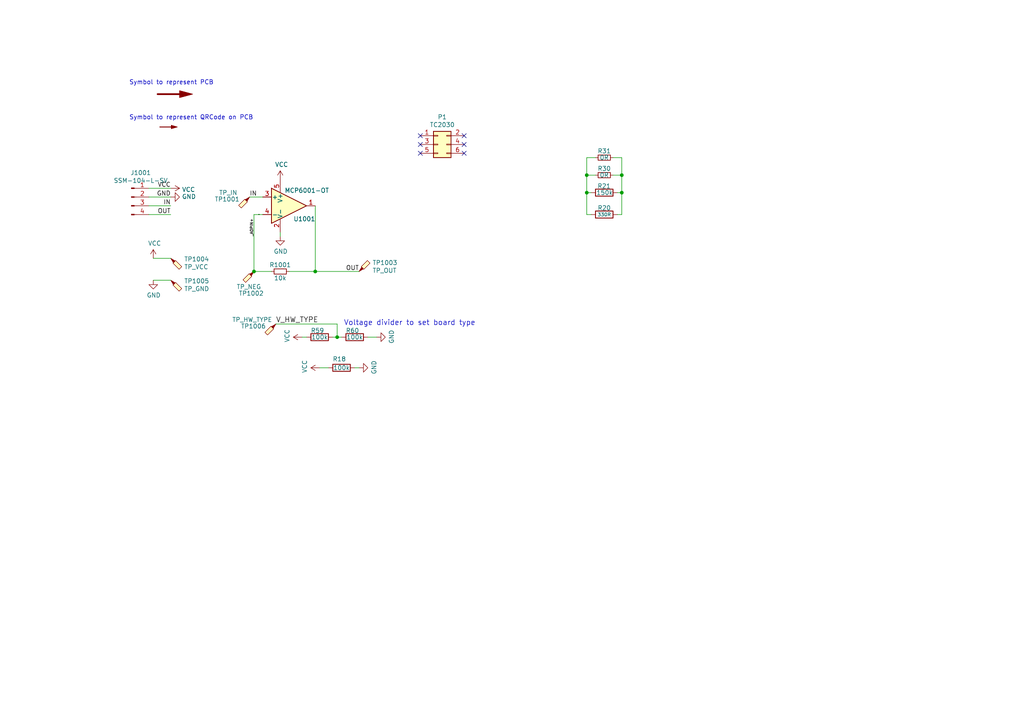
<source format=kicad_sch>
(kicad_sch
	(version 20231120)
	(generator "eeschema")
	(generator_version "8.0")
	(uuid "22e0be52-75ae-40a2-93e0-cca3e0c774a5")
	(paper "A4")
	(title_block
		(date "2021-12-24")
		(rev "01")
	)
	(lib_symbols
		(symbol "Connector_Generic:Conn_02x03_Odd_Even"
			(pin_names
				(offset 1.016) hide)
			(exclude_from_sim no)
			(in_bom yes)
			(on_board yes)
			(property "Reference" "J"
				(at 1.27 5.08 0)
				(effects
					(font
						(size 1.27 1.27)
					)
				)
			)
			(property "Value" "Conn_02x03_Odd_Even"
				(at 1.27 -5.08 0)
				(effects
					(font
						(size 1.27 1.27)
					)
				)
			)
			(property "Footprint" ""
				(at 0 0 0)
				(effects
					(font
						(size 1.27 1.27)
					)
					(hide yes)
				)
			)
			(property "Datasheet" "~"
				(at 0 0 0)
				(effects
					(font
						(size 1.27 1.27)
					)
					(hide yes)
				)
			)
			(property "Description" "Generic connector, double row, 02x03, odd/even pin numbering scheme (row 1 odd numbers, row 2 even numbers), script generated (kicad-library-utils/schlib/autogen/connector/)"
				(at 0 0 0)
				(effects
					(font
						(size 1.27 1.27)
					)
					(hide yes)
				)
			)
			(property "ki_keywords" "connector"
				(at 0 0 0)
				(effects
					(font
						(size 1.27 1.27)
					)
					(hide yes)
				)
			)
			(property "ki_fp_filters" "Connector*:*_2x??_*"
				(at 0 0 0)
				(effects
					(font
						(size 1.27 1.27)
					)
					(hide yes)
				)
			)
			(symbol "Conn_02x03_Odd_Even_1_1"
				(rectangle
					(start -1.27 -2.413)
					(end 0 -2.667)
					(stroke
						(width 0.1524)
						(type default)
					)
					(fill
						(type none)
					)
				)
				(rectangle
					(start -1.27 0.127)
					(end 0 -0.127)
					(stroke
						(width 0.1524)
						(type default)
					)
					(fill
						(type none)
					)
				)
				(rectangle
					(start -1.27 2.667)
					(end 0 2.413)
					(stroke
						(width 0.1524)
						(type default)
					)
					(fill
						(type none)
					)
				)
				(rectangle
					(start -1.27 3.81)
					(end 3.81 -3.81)
					(stroke
						(width 0.254)
						(type default)
					)
					(fill
						(type background)
					)
				)
				(rectangle
					(start 3.81 -2.413)
					(end 2.54 -2.667)
					(stroke
						(width 0.1524)
						(type default)
					)
					(fill
						(type none)
					)
				)
				(rectangle
					(start 3.81 0.127)
					(end 2.54 -0.127)
					(stroke
						(width 0.1524)
						(type default)
					)
					(fill
						(type none)
					)
				)
				(rectangle
					(start 3.81 2.667)
					(end 2.54 2.413)
					(stroke
						(width 0.1524)
						(type default)
					)
					(fill
						(type none)
					)
				)
				(pin passive line
					(at -5.08 2.54 0)
					(length 3.81)
					(name "Pin_1"
						(effects
							(font
								(size 1.27 1.27)
							)
						)
					)
					(number "1"
						(effects
							(font
								(size 1.27 1.27)
							)
						)
					)
				)
				(pin passive line
					(at 7.62 2.54 180)
					(length 3.81)
					(name "Pin_2"
						(effects
							(font
								(size 1.27 1.27)
							)
						)
					)
					(number "2"
						(effects
							(font
								(size 1.27 1.27)
							)
						)
					)
				)
				(pin passive line
					(at -5.08 0 0)
					(length 3.81)
					(name "Pin_3"
						(effects
							(font
								(size 1.27 1.27)
							)
						)
					)
					(number "3"
						(effects
							(font
								(size 1.27 1.27)
							)
						)
					)
				)
				(pin passive line
					(at 7.62 0 180)
					(length 3.81)
					(name "Pin_4"
						(effects
							(font
								(size 1.27 1.27)
							)
						)
					)
					(number "4"
						(effects
							(font
								(size 1.27 1.27)
							)
						)
					)
				)
				(pin passive line
					(at -5.08 -2.54 0)
					(length 3.81)
					(name "Pin_5"
						(effects
							(font
								(size 1.27 1.27)
							)
						)
					)
					(number "5"
						(effects
							(font
								(size 1.27 1.27)
							)
						)
					)
				)
				(pin passive line
					(at 7.62 -2.54 180)
					(length 3.81)
					(name "Pin_6"
						(effects
							(font
								(size 1.27 1.27)
							)
						)
					)
					(number "6"
						(effects
							(font
								(size 1.27 1.27)
							)
						)
					)
				)
			)
		)
		(symbol "Device:R"
			(pin_numbers hide)
			(pin_names
				(offset 0)
			)
			(exclude_from_sim no)
			(in_bom yes)
			(on_board yes)
			(property "Reference" "R"
				(at 2.032 0 90)
				(effects
					(font
						(size 1.27 1.27)
					)
				)
			)
			(property "Value" "R"
				(at 0 0 90)
				(effects
					(font
						(size 1.27 1.27)
					)
				)
			)
			(property "Footprint" ""
				(at -1.778 0 90)
				(effects
					(font
						(size 1.27 1.27)
					)
					(hide yes)
				)
			)
			(property "Datasheet" "~"
				(at 0 0 0)
				(effects
					(font
						(size 1.27 1.27)
					)
					(hide yes)
				)
			)
			(property "Description" "Resistor"
				(at 0 0 0)
				(effects
					(font
						(size 1.27 1.27)
					)
					(hide yes)
				)
			)
			(property "ki_keywords" "R res resistor"
				(at 0 0 0)
				(effects
					(font
						(size 1.27 1.27)
					)
					(hide yes)
				)
			)
			(property "ki_fp_filters" "R_*"
				(at 0 0 0)
				(effects
					(font
						(size 1.27 1.27)
					)
					(hide yes)
				)
			)
			(symbol "R_0_1"
				(rectangle
					(start -1.016 -2.54)
					(end 1.016 2.54)
					(stroke
						(width 0.254)
						(type default)
					)
					(fill
						(type none)
					)
				)
			)
			(symbol "R_1_1"
				(pin passive line
					(at 0 3.81 270)
					(length 1.27)
					(name "~"
						(effects
							(font
								(size 1.27 1.27)
							)
						)
					)
					(number "1"
						(effects
							(font
								(size 1.27 1.27)
							)
						)
					)
				)
				(pin passive line
					(at 0 -3.81 90)
					(length 1.27)
					(name "~"
						(effects
							(font
								(size 1.27 1.27)
							)
						)
					)
					(number "2"
						(effects
							(font
								(size 1.27 1.27)
							)
						)
					)
				)
			)
		)
		(symbol "Device:R_Small"
			(pin_numbers hide)
			(pin_names
				(offset 0.254) hide)
			(exclude_from_sim no)
			(in_bom yes)
			(on_board yes)
			(property "Reference" "R"
				(at 0.762 0.508 0)
				(effects
					(font
						(size 1.27 1.27)
					)
					(justify left)
				)
			)
			(property "Value" "R_Small"
				(at 0.762 -1.016 0)
				(effects
					(font
						(size 1.27 1.27)
					)
					(justify left)
				)
			)
			(property "Footprint" ""
				(at 0 0 0)
				(effects
					(font
						(size 1.27 1.27)
					)
					(hide yes)
				)
			)
			(property "Datasheet" "~"
				(at 0 0 0)
				(effects
					(font
						(size 1.27 1.27)
					)
					(hide yes)
				)
			)
			(property "Description" "Resistor, small symbol"
				(at 0 0 0)
				(effects
					(font
						(size 1.27 1.27)
					)
					(hide yes)
				)
			)
			(property "ki_keywords" "R resistor"
				(at 0 0 0)
				(effects
					(font
						(size 1.27 1.27)
					)
					(hide yes)
				)
			)
			(property "ki_fp_filters" "R_*"
				(at 0 0 0)
				(effects
					(font
						(size 1.27 1.27)
					)
					(hide yes)
				)
			)
			(symbol "R_Small_0_1"
				(rectangle
					(start -0.762 1.778)
					(end 0.762 -1.778)
					(stroke
						(width 0.2032)
						(type default)
					)
					(fill
						(type none)
					)
				)
			)
			(symbol "R_Small_1_1"
				(pin passive line
					(at 0 2.54 270)
					(length 0.762)
					(name "~"
						(effects
							(font
								(size 1.27 1.27)
							)
						)
					)
					(number "1"
						(effects
							(font
								(size 1.27 1.27)
							)
						)
					)
				)
				(pin passive line
					(at 0 -2.54 90)
					(length 0.762)
					(name "~"
						(effects
							(font
								(size 1.27 1.27)
							)
						)
					)
					(number "2"
						(effects
							(font
								(size 1.27 1.27)
							)
						)
					)
				)
			)
		)
		(symbol "Graphic:SYM_Arrow_XLarge"
			(exclude_from_sim no)
			(in_bom no)
			(on_board no)
			(property "Reference" "#SYM"
				(at 0 2.286 0)
				(effects
					(font
						(size 1.27 1.27)
					)
					(hide yes)
				)
			)
			(property "Value" "SYM_Arrow_XLarge"
				(at 0 -2.032 0)
				(effects
					(font
						(size 1.27 1.27)
					)
					(hide yes)
				)
			)
			(property "Footprint" ""
				(at 0 0 0)
				(effects
					(font
						(size 1.27 1.27)
					)
					(hide yes)
				)
			)
			(property "Datasheet" "~"
				(at 0 0 0)
				(effects
					(font
						(size 1.27 1.27)
					)
					(hide yes)
				)
			)
			(property "Description" "Filled arrow, 400mil"
				(at 0 0 0)
				(effects
					(font
						(size 1.27 1.27)
					)
					(hide yes)
				)
			)
			(property "Sim.Enable" "0"
				(at 0 0 0)
				(effects
					(font
						(size 1.27 1.27)
					)
					(hide yes)
				)
			)
			(property "ki_keywords" "symbol arrow"
				(at 0 0 0)
				(effects
					(font
						(size 1.27 1.27)
					)
					(hide yes)
				)
			)
			(symbol "SYM_Arrow_XLarge_0_1"
				(polyline
					(pts
						(xy 2.54 0) (xy -5.08 0)
					)
					(stroke
						(width 0.508)
						(type default)
					)
					(fill
						(type none)
					)
				)
				(polyline
					(pts
						(xy 5.08 0) (xy 1.27 -1.016) (xy 1.27 1.016) (xy 5.08 0)
					)
					(stroke
						(width 0)
						(type default)
					)
					(fill
						(type outline)
					)
				)
			)
		)
		(symbol "power:GND"
			(power)
			(pin_names
				(offset 0)
			)
			(exclude_from_sim no)
			(in_bom yes)
			(on_board yes)
			(property "Reference" "#PWR"
				(at 0 -6.35 0)
				(effects
					(font
						(size 1.27 1.27)
					)
					(hide yes)
				)
			)
			(property "Value" "GND"
				(at 0 -3.81 0)
				(effects
					(font
						(size 1.27 1.27)
					)
				)
			)
			(property "Footprint" ""
				(at 0 0 0)
				(effects
					(font
						(size 1.27 1.27)
					)
					(hide yes)
				)
			)
			(property "Datasheet" ""
				(at 0 0 0)
				(effects
					(font
						(size 1.27 1.27)
					)
					(hide yes)
				)
			)
			(property "Description" "Power symbol creates a global label with name \"GND\" , ground"
				(at 0 0 0)
				(effects
					(font
						(size 1.27 1.27)
					)
					(hide yes)
				)
			)
			(property "ki_keywords" "global power"
				(at 0 0 0)
				(effects
					(font
						(size 1.27 1.27)
					)
					(hide yes)
				)
			)
			(symbol "GND_0_1"
				(polyline
					(pts
						(xy 0 0) (xy 0 -1.27) (xy 1.27 -1.27) (xy 0 -2.54) (xy -1.27 -1.27) (xy 0 -1.27)
					)
					(stroke
						(width 0)
						(type default)
					)
					(fill
						(type none)
					)
				)
			)
			(symbol "GND_1_1"
				(pin power_in line
					(at 0 0 270)
					(length 0) hide
					(name "GND"
						(effects
							(font
								(size 1.27 1.27)
							)
						)
					)
					(number "1"
						(effects
							(font
								(size 1.27 1.27)
							)
						)
					)
				)
			)
		)
		(symbol "tc7-rescue:Conn_01x04_Male-Connector-tc7-rescue"
			(pin_names
				(offset 1.016) hide)
			(exclude_from_sim no)
			(in_bom yes)
			(on_board yes)
			(property "Reference" "J"
				(at 0 5.08 0)
				(effects
					(font
						(size 1.27 1.27)
					)
				)
			)
			(property "Value" "tc7-rescue_Conn_01x04_Male-Connector"
				(at 0 -7.62 0)
				(effects
					(font
						(size 1.27 1.27)
					)
				)
			)
			(property "Footprint" ""
				(at 0 0 0)
				(effects
					(font
						(size 1.27 1.27)
					)
					(hide yes)
				)
			)
			(property "Datasheet" ""
				(at 0 0 0)
				(effects
					(font
						(size 1.27 1.27)
					)
					(hide yes)
				)
			)
			(property "Description" ""
				(at 0 0 0)
				(effects
					(font
						(size 1.27 1.27)
					)
					(hide yes)
				)
			)
			(property "ki_fp_filters" "Connector*:*_1x??_*"
				(at 0 0 0)
				(effects
					(font
						(size 1.27 1.27)
					)
					(hide yes)
				)
			)
			(symbol "Conn_01x04_Male-Connector-tc7-rescue_1_1"
				(polyline
					(pts
						(xy 1.27 -5.08) (xy 0.8636 -5.08)
					)
					(stroke
						(width 0.1524)
						(type solid)
					)
					(fill
						(type none)
					)
				)
				(polyline
					(pts
						(xy 1.27 -2.54) (xy 0.8636 -2.54)
					)
					(stroke
						(width 0.1524)
						(type solid)
					)
					(fill
						(type none)
					)
				)
				(polyline
					(pts
						(xy 1.27 0) (xy 0.8636 0)
					)
					(stroke
						(width 0.1524)
						(type solid)
					)
					(fill
						(type none)
					)
				)
				(polyline
					(pts
						(xy 1.27 2.54) (xy 0.8636 2.54)
					)
					(stroke
						(width 0.1524)
						(type solid)
					)
					(fill
						(type none)
					)
				)
				(rectangle
					(start 0.8636 -4.953)
					(end 0 -5.207)
					(stroke
						(width 0.1524)
						(type solid)
					)
					(fill
						(type outline)
					)
				)
				(rectangle
					(start 0.8636 -2.413)
					(end 0 -2.667)
					(stroke
						(width 0.1524)
						(type solid)
					)
					(fill
						(type outline)
					)
				)
				(rectangle
					(start 0.8636 0.127)
					(end 0 -0.127)
					(stroke
						(width 0.1524)
						(type solid)
					)
					(fill
						(type outline)
					)
				)
				(rectangle
					(start 0.8636 2.667)
					(end 0 2.413)
					(stroke
						(width 0.1524)
						(type solid)
					)
					(fill
						(type outline)
					)
				)
				(pin passive line
					(at 5.08 2.54 180)
					(length 3.81)
					(name "Pin_1"
						(effects
							(font
								(size 1.27 1.27)
							)
						)
					)
					(number "1"
						(effects
							(font
								(size 1.27 1.27)
							)
						)
					)
				)
				(pin passive line
					(at 5.08 0 180)
					(length 3.81)
					(name "Pin_2"
						(effects
							(font
								(size 1.27 1.27)
							)
						)
					)
					(number "2"
						(effects
							(font
								(size 1.27 1.27)
							)
						)
					)
				)
				(pin passive line
					(at 5.08 -2.54 180)
					(length 3.81)
					(name "Pin_3"
						(effects
							(font
								(size 1.27 1.27)
							)
						)
					)
					(number "3"
						(effects
							(font
								(size 1.27 1.27)
							)
						)
					)
				)
				(pin passive line
					(at 5.08 -5.08 180)
					(length 3.81)
					(name "Pin_4"
						(effects
							(font
								(size 1.27 1.27)
							)
						)
					)
					(number "4"
						(effects
							(font
								(size 1.27 1.27)
							)
						)
					)
				)
			)
		)
		(symbol "tc7-rescue:GND-power-tc7-rescue"
			(power)
			(pin_names
				(offset 0)
			)
			(exclude_from_sim no)
			(in_bom yes)
			(on_board yes)
			(property "Reference" "#PWR"
				(at 0 -6.35 0)
				(effects
					(font
						(size 1.27 1.27)
					)
					(hide yes)
				)
			)
			(property "Value" "GND-power-tc7-rescue"
				(at 0 -3.81 0)
				(effects
					(font
						(size 1.27 1.27)
					)
				)
			)
			(property "Footprint" ""
				(at 0 0 0)
				(effects
					(font
						(size 1.27 1.27)
					)
					(hide yes)
				)
			)
			(property "Datasheet" ""
				(at 0 0 0)
				(effects
					(font
						(size 1.27 1.27)
					)
					(hide yes)
				)
			)
			(property "Description" ""
				(at 0 0 0)
				(effects
					(font
						(size 1.27 1.27)
					)
					(hide yes)
				)
			)
			(symbol "GND-power-tc7-rescue_0_1"
				(polyline
					(pts
						(xy 0 0) (xy 0 -1.27) (xy 1.27 -1.27) (xy 0 -2.54) (xy -1.27 -1.27) (xy 0 -1.27)
					)
					(stroke
						(width 0)
						(type solid)
					)
					(fill
						(type none)
					)
				)
			)
			(symbol "GND-power-tc7-rescue_1_1"
				(pin power_in line
					(at 0 0 270)
					(length 0) hide
					(name "GND"
						(effects
							(font
								(size 1.27 1.27)
							)
						)
					)
					(number "1"
						(effects
							(font
								(size 1.27 1.27)
							)
						)
					)
				)
			)
		)
		(symbol "tc7-rescue:MCP6001-OT-Amplifier_Operational-tc7-rescue"
			(pin_names
				(offset 0.127)
			)
			(exclude_from_sim no)
			(in_bom yes)
			(on_board yes)
			(property "Reference" "U"
				(at -1.27 6.35 0)
				(effects
					(font
						(size 1.27 1.27)
					)
					(justify left)
				)
			)
			(property "Value" "tc7-rescue_MCP6001-OT-Amplifier_Operational"
				(at -1.27 3.81 0)
				(effects
					(font
						(size 1.27 1.27)
					)
					(justify left)
				)
			)
			(property "Footprint" "Package_TO_SOT_SMD:SOT-23-5"
				(at -2.54 -5.08 0)
				(effects
					(font
						(size 1.27 1.27)
					)
					(justify left)
					(hide yes)
				)
			)
			(property "Datasheet" ""
				(at 0 5.08 0)
				(effects
					(font
						(size 1.27 1.27)
					)
					(hide yes)
				)
			)
			(property "Description" ""
				(at 0 0 0)
				(effects
					(font
						(size 1.27 1.27)
					)
					(hide yes)
				)
			)
			(property "ki_fp_filters" "SOT?23*"
				(at 0 0 0)
				(effects
					(font
						(size 1.27 1.27)
					)
					(hide yes)
				)
			)
			(symbol "MCP6001-OT-Amplifier_Operational-tc7-rescue_0_1"
				(polyline
					(pts
						(xy -5.08 5.08) (xy 5.08 0) (xy -5.08 -5.08) (xy -5.08 5.08)
					)
					(stroke
						(width 0.254)
						(type solid)
					)
					(fill
						(type background)
					)
				)
				(pin power_in line
					(at -2.54 -7.62 90)
					(length 3.81)
					(name "V-"
						(effects
							(font
								(size 1.27 1.27)
							)
						)
					)
					(number "2"
						(effects
							(font
								(size 1.27 1.27)
							)
						)
					)
				)
				(pin power_in line
					(at -2.54 7.62 270)
					(length 3.81)
					(name "V+"
						(effects
							(font
								(size 1.27 1.27)
							)
						)
					)
					(number "5"
						(effects
							(font
								(size 1.27 1.27)
							)
						)
					)
				)
			)
			(symbol "MCP6001-OT-Amplifier_Operational-tc7-rescue_1_1"
				(pin output line
					(at 7.62 0 180)
					(length 2.54)
					(name "~"
						(effects
							(font
								(size 1.27 1.27)
							)
						)
					)
					(number "1"
						(effects
							(font
								(size 1.27 1.27)
							)
						)
					)
				)
				(pin input line
					(at -7.62 2.54 0)
					(length 2.54)
					(name "+"
						(effects
							(font
								(size 1.27 1.27)
							)
						)
					)
					(number "3"
						(effects
							(font
								(size 1.27 1.27)
							)
						)
					)
				)
				(pin input line
					(at -7.62 -2.54 0)
					(length 2.54)
					(name "-"
						(effects
							(font
								(size 1.27 1.27)
							)
						)
					)
					(number "4"
						(effects
							(font
								(size 1.27 1.27)
							)
						)
					)
				)
			)
		)
		(symbol "tc7-rescue:R_Small-Device-tc7-rescue"
			(pin_numbers hide)
			(pin_names
				(offset 0.254) hide)
			(exclude_from_sim no)
			(in_bom yes)
			(on_board yes)
			(property "Reference" "R"
				(at 0.762 0.508 0)
				(effects
					(font
						(size 1.27 1.27)
					)
					(justify left)
				)
			)
			(property "Value" "tc7-rescue_R_Small-Device"
				(at 0.762 -1.016 0)
				(effects
					(font
						(size 1.27 1.27)
					)
					(justify left)
				)
			)
			(property "Footprint" ""
				(at 0 0 0)
				(effects
					(font
						(size 1.27 1.27)
					)
					(hide yes)
				)
			)
			(property "Datasheet" ""
				(at 0 0 0)
				(effects
					(font
						(size 1.27 1.27)
					)
					(hide yes)
				)
			)
			(property "Description" ""
				(at 0 0 0)
				(effects
					(font
						(size 1.27 1.27)
					)
					(hide yes)
				)
			)
			(property "ki_fp_filters" "R_*"
				(at 0 0 0)
				(effects
					(font
						(size 1.27 1.27)
					)
					(hide yes)
				)
			)
			(symbol "R_Small-Device-tc7-rescue_0_1"
				(rectangle
					(start -0.762 1.778)
					(end 0.762 -1.778)
					(stroke
						(width 0.2032)
						(type solid)
					)
					(fill
						(type none)
					)
				)
			)
			(symbol "R_Small-Device-tc7-rescue_1_1"
				(pin passive line
					(at 0 2.54 270)
					(length 0.762)
					(name "~"
						(effects
							(font
								(size 1.27 1.27)
							)
						)
					)
					(number "1"
						(effects
							(font
								(size 1.27 1.27)
							)
						)
					)
				)
				(pin passive line
					(at 0 -2.54 90)
					(length 0.762)
					(name "~"
						(effects
							(font
								(size 1.27 1.27)
							)
						)
					)
					(number "2"
						(effects
							(font
								(size 1.27 1.27)
							)
						)
					)
				)
			)
		)
		(symbol "tc7-rescue:SYM_Arrow_Normal-Graphic-tc7-rescue"
			(pin_names
				(offset 1.016)
			)
			(exclude_from_sim no)
			(in_bom yes)
			(on_board yes)
			(property "Reference" "#SYM"
				(at 0 1.524 0)
				(effects
					(font
						(size 1.27 1.27)
					)
					(hide yes)
				)
			)
			(property "Value" "tc7-rescue_SYM_Arrow_Normal-Graphic"
				(at 0.254 -1.27 0)
				(effects
					(font
						(size 1.27 1.27)
					)
					(hide yes)
				)
			)
			(property "Footprint" ""
				(at 0 0 0)
				(effects
					(font
						(size 1.27 1.27)
					)
					(hide yes)
				)
			)
			(property "Datasheet" ""
				(at 0 0 0)
				(effects
					(font
						(size 1.27 1.27)
					)
					(hide yes)
				)
			)
			(property "Description" ""
				(at 0 0 0)
				(effects
					(font
						(size 1.27 1.27)
					)
					(hide yes)
				)
			)
			(symbol "SYM_Arrow_Normal-Graphic-tc7-rescue_0_1"
				(polyline
					(pts
						(xy 1.524 0) (xy -2.54 0)
					)
					(stroke
						(width 0.254)
						(type solid)
					)
					(fill
						(type none)
					)
				)
				(polyline
					(pts
						(xy 2.54 0) (xy 0.762 -0.508) (xy 0.762 0.508) (xy 2.54 0)
					)
					(stroke
						(width 0)
						(type solid)
					)
					(fill
						(type outline)
					)
				)
			)
		)
		(symbol "tc7-rescue:TestPoint_Probe-Connector-tc7-rescue"
			(pin_numbers hide)
			(pin_names
				(offset 0.762) hide)
			(exclude_from_sim no)
			(in_bom yes)
			(on_board yes)
			(property "Reference" "TP"
				(at 1.651 5.842 0)
				(effects
					(font
						(size 1.27 1.27)
					)
				)
			)
			(property "Value" "tc7-rescue_TestPoint_Probe-Connector"
				(at 1.651 4.064 0)
				(effects
					(font
						(size 1.27 1.27)
					)
				)
			)
			(property "Footprint" ""
				(at 5.08 0 0)
				(effects
					(font
						(size 1.27 1.27)
					)
					(hide yes)
				)
			)
			(property "Datasheet" ""
				(at 5.08 0 0)
				(effects
					(font
						(size 1.27 1.27)
					)
					(hide yes)
				)
			)
			(property "Description" ""
				(at 0 0 0)
				(effects
					(font
						(size 1.27 1.27)
					)
					(hide yes)
				)
			)
			(property "ki_fp_filters" "Pin* Test*"
				(at 0 0 0)
				(effects
					(font
						(size 1.27 1.27)
					)
					(hide yes)
				)
			)
			(symbol "TestPoint_Probe-Connector-tc7-rescue_0_1"
				(polyline
					(pts
						(xy 1.27 0.762) (xy 0 0) (xy 0.762 1.27) (xy 1.27 0.762)
					)
					(stroke
						(width 0)
						(type solid)
					)
					(fill
						(type outline)
					)
				)
				(polyline
					(pts
						(xy 1.397 0.635) (xy 0.635 1.397) (xy 2.413 3.175) (xy 3.175 2.413) (xy 1.397 0.635)
					)
					(stroke
						(width 0)
						(type solid)
					)
					(fill
						(type background)
					)
				)
			)
			(symbol "TestPoint_Probe-Connector-tc7-rescue_1_1"
				(pin passive line
					(at 0 0 90)
					(length 0)
					(name "1"
						(effects
							(font
								(size 1.27 1.27)
							)
						)
					)
					(number "1"
						(effects
							(font
								(size 1.27 1.27)
							)
						)
					)
				)
			)
		)
		(symbol "tc7-rescue:VCC-power-tc7-rescue"
			(power)
			(pin_names
				(offset 0)
			)
			(exclude_from_sim no)
			(in_bom yes)
			(on_board yes)
			(property "Reference" "#PWR"
				(at 0 -3.81 0)
				(effects
					(font
						(size 1.27 1.27)
					)
					(hide yes)
				)
			)
			(property "Value" "VCC-power-tc7-rescue"
				(at 0 3.81 0)
				(effects
					(font
						(size 1.27 1.27)
					)
				)
			)
			(property "Footprint" ""
				(at 0 0 0)
				(effects
					(font
						(size 1.27 1.27)
					)
					(hide yes)
				)
			)
			(property "Datasheet" ""
				(at 0 0 0)
				(effects
					(font
						(size 1.27 1.27)
					)
					(hide yes)
				)
			)
			(property "Description" ""
				(at 0 0 0)
				(effects
					(font
						(size 1.27 1.27)
					)
					(hide yes)
				)
			)
			(symbol "VCC-power-tc7-rescue_0_1"
				(polyline
					(pts
						(xy -0.762 1.27) (xy 0 2.54)
					)
					(stroke
						(width 0)
						(type solid)
					)
					(fill
						(type none)
					)
				)
				(polyline
					(pts
						(xy 0 0) (xy 0 2.54)
					)
					(stroke
						(width 0)
						(type solid)
					)
					(fill
						(type none)
					)
				)
				(polyline
					(pts
						(xy 0 2.54) (xy 0.762 1.27)
					)
					(stroke
						(width 0)
						(type solid)
					)
					(fill
						(type none)
					)
				)
			)
			(symbol "VCC-power-tc7-rescue_1_1"
				(pin power_in line
					(at 0 0 90)
					(length 0) hide
					(name "VCC"
						(effects
							(font
								(size 1.27 1.27)
							)
						)
					)
					(number "1"
						(effects
							(font
								(size 1.27 1.27)
							)
						)
					)
				)
			)
		)
	)
	(junction
		(at 170.18 50.8)
		(diameter 0)
		(color 0 0 0 0)
		(uuid "36208004-e9ad-4a75-b6df-8b16bed5333b")
	)
	(junction
		(at 170.18 55.88)
		(diameter 0)
		(color 0 0 0 0)
		(uuid "4052fdaa-26db-44a2-bfb2-82241ce3bc56")
	)
	(junction
		(at 73.66 78.74)
		(diameter 0)
		(color 0 0 0 0)
		(uuid "7a93f69c-9705-4041-9318-ccabd9790019")
	)
	(junction
		(at 180.34 50.8)
		(diameter 0)
		(color 0 0 0 0)
		(uuid "7f0e16f8-1410-4dc7-8ff9-07efc6cfda6a")
	)
	(junction
		(at 180.34 55.88)
		(diameter 0)
		(color 0 0 0 0)
		(uuid "9d3cf13c-b3f7-40a7-8b41-95b7e1393aa7")
	)
	(junction
		(at 91.44 78.74)
		(diameter 0)
		(color 0 0 0 0)
		(uuid "a11db2e8-04e4-4a5b-8278-6926abb56dea")
	)
	(junction
		(at 97.79 97.79)
		(diameter 0)
		(color 0 0 0 0)
		(uuid "ba284297-0e3a-46cf-9032-1da19ed381e6")
	)
	(no_connect
		(at 121.92 39.37)
		(uuid "1cc8d056-ec36-4ec9-94ae-186b837c55a4")
	)
	(no_connect
		(at 134.62 41.91)
		(uuid "32aadf18-43b4-4bd6-b6bf-5e74e34b6be8")
	)
	(no_connect
		(at 121.92 41.91)
		(uuid "5031e609-de11-4c0d-b55f-105be252f7d9")
	)
	(no_connect
		(at 121.92 44.45)
		(uuid "62cb610d-b7d9-4821-a477-1bbfb413cea2")
	)
	(no_connect
		(at 134.62 39.37)
		(uuid "8719a8d7-c203-4379-94c6-013231f420ce")
	)
	(no_connect
		(at 134.62 44.45)
		(uuid "e7655b2d-705e-482f-ac87-9ff210cc9998")
	)
	(wire
		(pts
			(xy 43.18 62.23) (xy 49.53 62.23)
		)
		(stroke
			(width 0)
			(type default)
		)
		(uuid "0144ba2d-ec73-4abd-95f4-fd64f2c6f936")
	)
	(wire
		(pts
			(xy 180.34 45.72) (xy 177.8 45.72)
		)
		(stroke
			(width 0)
			(type default)
		)
		(uuid "044920ab-d8a9-4a5a-9413-94ec17fa217b")
	)
	(wire
		(pts
			(xy 97.79 97.79) (xy 99.06 97.79)
		)
		(stroke
			(width 0)
			(type default)
		)
		(uuid "07e3fa7f-6f0a-4b83-9193-db27d5027905")
	)
	(wire
		(pts
			(xy 180.34 55.88) (xy 180.34 50.8)
		)
		(stroke
			(width 0)
			(type default)
		)
		(uuid "0a2a9760-a508-40cc-9d10-2161c18e1a12")
	)
	(wire
		(pts
			(xy 43.18 57.15) (xy 49.53 57.15)
		)
		(stroke
			(width 0)
			(type default)
		)
		(uuid "0e8ee399-be2f-40af-b767-54766c647f1e")
	)
	(wire
		(pts
			(xy 109.22 97.79) (xy 106.68 97.79)
		)
		(stroke
			(width 0)
			(type default)
		)
		(uuid "0ee95d32-8424-4327-bcaa-53b6c81904f3")
	)
	(wire
		(pts
			(xy 172.72 50.8) (xy 170.18 50.8)
		)
		(stroke
			(width 0)
			(type default)
		)
		(uuid "19fc53db-b66e-4c75-a1d3-ea78ea5aa23a")
	)
	(wire
		(pts
			(xy 92.71 106.68) (xy 95.25 106.68)
		)
		(stroke
			(width 0)
			(type default)
		)
		(uuid "2eb0560b-adc1-4cf0-9542-110c01f0cc17")
	)
	(wire
		(pts
			(xy 81.28 68.58) (xy 81.28 67.31)
		)
		(stroke
			(width 0)
			(type default)
		)
		(uuid "39f5e89b-2e36-400a-838a-6e7a4d6458b1")
	)
	(wire
		(pts
			(xy 170.18 62.23) (xy 170.18 55.88)
		)
		(stroke
			(width 0)
			(type default)
		)
		(uuid "3b65d5f7-b4a6-4435-803f-4b4ae5dc4bb7")
	)
	(wire
		(pts
			(xy 91.44 78.74) (xy 104.14 78.74)
		)
		(stroke
			(width 0)
			(type default)
		)
		(uuid "48f90f36-ff89-441f-a1c1-4cfe7875b2c1")
	)
	(wire
		(pts
			(xy 170.18 55.88) (xy 170.18 50.8)
		)
		(stroke
			(width 0)
			(type default)
		)
		(uuid "4df924a9-7c14-49af-9023-f6f4e42b82fb")
	)
	(wire
		(pts
			(xy 80.01 93.98) (xy 97.79 93.98)
		)
		(stroke
			(width 0)
			(type default)
		)
		(uuid "4e4c8969-51c7-446c-962c-8f3a34793bca")
	)
	(wire
		(pts
			(xy 73.66 62.23) (xy 76.2 62.23)
		)
		(stroke
			(width 0)
			(type default)
		)
		(uuid "554f02b5-bdd0-4b5a-8522-66fc48e8ed17")
	)
	(wire
		(pts
			(xy 87.63 97.79) (xy 88.9 97.79)
		)
		(stroke
			(width 0)
			(type default)
		)
		(uuid "55ae1054-203d-4de0-9370-ad4a0aa6a463")
	)
	(wire
		(pts
			(xy 44.45 81.28) (xy 49.53 81.28)
		)
		(stroke
			(width 0)
			(type default)
		)
		(uuid "5eb12e52-9d33-4732-9edd-fd395423f263")
	)
	(wire
		(pts
			(xy 180.34 50.8) (xy 180.34 45.72)
		)
		(stroke
			(width 0)
			(type default)
		)
		(uuid "6280aaea-776d-4934-b1d8-a0603429eb40")
	)
	(wire
		(pts
			(xy 97.79 97.79) (xy 97.79 93.98)
		)
		(stroke
			(width 0)
			(type default)
		)
		(uuid "645f107d-aafe-422d-8c76-8de4f9a64bb2")
	)
	(wire
		(pts
			(xy 179.07 62.23) (xy 180.34 62.23)
		)
		(stroke
			(width 0)
			(type default)
		)
		(uuid "6695b5da-8f3a-41a5-8a95-582176ae42b9")
	)
	(wire
		(pts
			(xy 102.87 106.68) (xy 104.14 106.68)
		)
		(stroke
			(width 0)
			(type default)
		)
		(uuid "692b8bb4-5e5c-4699-8a50-76bec6014ba8")
	)
	(wire
		(pts
			(xy 83.82 78.74) (xy 91.44 78.74)
		)
		(stroke
			(width 0)
			(type default)
		)
		(uuid "6b79f681-5af4-44f8-af94-df28ab4b6871")
	)
	(wire
		(pts
			(xy 44.45 74.93) (xy 49.53 74.93)
		)
		(stroke
			(width 0)
			(type default)
		)
		(uuid "7330157e-6c39-464b-afdf-d2c4d7cd186a")
	)
	(wire
		(pts
			(xy 177.8 50.8) (xy 180.34 50.8)
		)
		(stroke
			(width 0)
			(type default)
		)
		(uuid "915bbfe1-a894-4bfd-b7d7-b667195c8d49")
	)
	(wire
		(pts
			(xy 179.07 55.88) (xy 180.34 55.88)
		)
		(stroke
			(width 0)
			(type default)
		)
		(uuid "94a49b37-78b3-492a-8729-1373e3536887")
	)
	(wire
		(pts
			(xy 180.34 62.23) (xy 180.34 55.88)
		)
		(stroke
			(width 0)
			(type default)
		)
		(uuid "95c9447b-95f1-4804-990f-77ee744167e5")
	)
	(wire
		(pts
			(xy 91.44 78.74) (xy 91.44 59.69)
		)
		(stroke
			(width 0)
			(type default)
		)
		(uuid "9efaf81a-9ce6-49f5-b75c-99e41991055c")
	)
	(wire
		(pts
			(xy 170.18 45.72) (xy 172.72 45.72)
		)
		(stroke
			(width 0)
			(type default)
		)
		(uuid "a08765c7-c908-411f-9044-ba89a5ce1ba6")
	)
	(wire
		(pts
			(xy 49.53 59.69) (xy 43.18 59.69)
		)
		(stroke
			(width 0)
			(type default)
		)
		(uuid "a3bab341-8f16-4f8a-ad53-5240552bf6a5")
	)
	(wire
		(pts
			(xy 96.52 97.79) (xy 97.79 97.79)
		)
		(stroke
			(width 0)
			(type default)
		)
		(uuid "b2108ea3-d365-4bad-8e03-a37846d546b5")
	)
	(wire
		(pts
			(xy 73.66 78.74) (xy 78.74 78.74)
		)
		(stroke
			(width 0)
			(type default)
		)
		(uuid "c866ee3e-367a-4d7e-a210-8b243694ee9a")
	)
	(wire
		(pts
			(xy 72.39 57.15) (xy 76.2 57.15)
		)
		(stroke
			(width 0)
			(type default)
		)
		(uuid "cba5d235-4903-45de-a876-00fadb3a5fba")
	)
	(wire
		(pts
			(xy 49.53 54.61) (xy 43.18 54.61)
		)
		(stroke
			(width 0)
			(type default)
		)
		(uuid "cbff75e2-e02a-4372-abaf-6260aad20d1d")
	)
	(wire
		(pts
			(xy 170.18 50.8) (xy 170.18 45.72)
		)
		(stroke
			(width 0)
			(type default)
		)
		(uuid "ccaab079-c29c-4aad-bed5-793e89eb27ec")
	)
	(wire
		(pts
			(xy 73.66 62.23) (xy 73.66 78.74)
		)
		(stroke
			(width 0)
			(type default)
		)
		(uuid "d992cb9c-a008-4710-92b0-8cbcdb522268")
	)
	(wire
		(pts
			(xy 171.45 62.23) (xy 170.18 62.23)
		)
		(stroke
			(width 0)
			(type default)
		)
		(uuid "d9b7c953-b451-4c40-82ca-3876c0cc8b27")
	)
	(wire
		(pts
			(xy 171.45 55.88) (xy 170.18 55.88)
		)
		(stroke
			(width 0)
			(type default)
		)
		(uuid "f9007747-a126-4536-b695-b44114195928")
	)
	(text "Voltage divider to set board type"
		(exclude_from_sim no)
		(at 99.695 94.615 0)
		(effects
			(font
				(size 1.4986 1.4986)
			)
			(justify left bottom)
		)
		(uuid "3f8facc5-5bb6-47ed-b7fd-b9cb7d2917f3")
	)
	(text "Symbol to represent QRCode on PCB"
		(exclude_from_sim no)
		(at 37.465 34.925 0)
		(effects
			(font
				(size 1.27 1.27)
			)
			(justify left bottom)
		)
		(uuid "716e9a09-5bd1-45ef-b8e4-117452b88f97")
	)
	(text "Symbol to represent PCB"
		(exclude_from_sim no)
		(at 37.465 24.765 0)
		(effects
			(font
				(size 1.27 1.27)
			)
			(justify left bottom)
		)
		(uuid "9d2147fd-e3a5-4240-be05-918031375d7a")
	)
	(label "OUT"
		(at 49.53 62.23 180)
		(fields_autoplaced yes)
		(effects
			(font
				(size 1.27 1.27)
			)
			(justify right bottom)
		)
		(uuid "0b07545b-11c8-49d7-9734-4e6faaafc11f")
	)
	(label "OUT"
		(at 104.14 78.74 180)
		(fields_autoplaced yes)
		(effects
			(font
				(size 1.27 1.27)
			)
			(justify right bottom)
		)
		(uuid "279f63ed-580f-4892-aeb0-72ac972d1d60")
	)
	(label "IN"
		(at 49.53 59.69 180)
		(fields_autoplaced yes)
		(effects
			(font
				(size 1.27 1.27)
			)
			(justify right bottom)
		)
		(uuid "6b2fd057-df3a-42b3-b2e6-68ca2a83d1a0")
	)
	(label "_AOPIN+"
		(at 73.66 68.58 90)
		(fields_autoplaced yes)
		(effects
			(font
				(size 0.7874 0.7874)
			)
			(justify left bottom)
		)
		(uuid "7dee1abd-9b45-413b-959b-fc316f740677")
	)
	(label "IN"
		(at 72.39 57.15 0)
		(fields_autoplaced yes)
		(effects
			(font
				(size 1.27 1.27)
			)
			(justify left bottom)
		)
		(uuid "9f12a42b-efa0-4c45-8b5d-037a4d8ffa41")
	)
	(label "V_HW_TYPE"
		(at 80.01 93.98 0)
		(fields_autoplaced yes)
		(effects
			(font
				(size 1.4986 1.4986)
			)
			(justify left bottom)
		)
		(uuid "9f648635-3192-43e1-b301-2aefb5282b8f")
	)
	(label "GND"
		(at 49.53 57.15 180)
		(fields_autoplaced yes)
		(effects
			(font
				(size 1.27 1.27)
			)
			(justify right bottom)
		)
		(uuid "ab104e05-5245-478b-baf5-8e3fde13b01f")
	)
	(label "VCC"
		(at 49.53 54.61 180)
		(fields_autoplaced yes)
		(effects
			(font
				(size 1.27 1.27)
			)
			(justify right bottom)
		)
		(uuid "e2db6b15-6c15-4e48-b1df-55297a4ce95d")
	)
	(label "_opa_neg"
		(at 74.93 62.23 0)
		(fields_autoplaced yes)
		(effects
			(font
				(size 0.0254 0.0254)
			)
			(justify left bottom)
		)
		(uuid "e924903a-07fe-4aa0-8d86-95b47daadef4")
	)
	(symbol
		(lib_id "Device:R")
		(at 92.71 97.79 270)
		(unit 1)
		(exclude_from_sim no)
		(in_bom yes)
		(on_board yes)
		(dnp no)
		(uuid "00000000-0000-0000-0000-00005d659c9e")
		(property "Reference" "R59"
			(at 92.075 95.885 90)
			(effects
				(font
					(size 1.27 1.27)
				)
			)
		)
		(property "Value" "100k"
			(at 92.71 97.79 90)
			(effects
				(font
					(size 1.27 1.27)
				)
			)
		)
		(property "Footprint" "Resistor_SMD:R_0603_1608Metric"
			(at 92.71 97.79 0)
			(effects
				(font
					(size 1.27 1.27)
				)
				(hide yes)
			)
		)
		(property "Datasheet" ""
			(at 92.71 97.79 0)
			(effects
				(font
					(size 1.27 1.27)
				)
				(hide yes)
			)
		)
		(property "Description" ""
			(at 92.71 97.79 0)
			(effects
				(font
					(size 1.27 1.27)
				)
				(hide yes)
			)
		)
		(property "S1MN" "Vishay"
			(at -74.295 -259.08 0)
			(effects
				(font
					(size 1.27 1.27)
				)
				(hide yes)
			)
		)
		(property "S1PN" "CRCW0603100KFKEA"
			(at -74.295 -259.08 0)
			(effects
				(font
					(size 1.27 1.27)
				)
				(hide yes)
			)
		)
		(property "desc" "R0603 100k"
			(at -74.295 -259.08 0)
			(effects
				(font
					(size 1.27 1.27)
				)
				(hide yes)
			)
		)
		(property "manf" "Vishay"
			(at -74.295 -259.08 0)
			(effects
				(font
					(size 1.27 1.27)
				)
				(hide yes)
			)
		)
		(property "manf#" "CRCW0603100KFKEAHP"
			(at -74.295 -259.08 0)
			(effects
				(font
					(size 1.27 1.27)
				)
				(hide yes)
			)
		)
		(property "comment" "Voltage divider sets board type."
			(at 92.71 97.79 0)
			(effects
				(font
					(size 1.27 1.27)
				)
				(hide yes)
			)
		)
		(property "kicost.board_type_star:manf" "Vishay"
			(at 92.71 97.79 0)
			(effects
				(font
					(size 1.27 1.27)
				)
				(hide yes)
			)
		)
		(property "kicost.board_type_star:manf#" "CRCW0603100KFKEAHP"
			(at 92.71 97.79 0)
			(effects
				(font
					(size 1.27 1.27)
				)
				(hide yes)
			)
		)
		(property "kicost.board_type_star:value" "100k"
			(at 92.71 97.79 0)
			(effects
				(font
					(size 1.27 1.27)
				)
				(hide yes)
			)
		)
		(property "kicost.board_type_star:desc" "R0603 100k"
			(at 92.71 97.79 0)
			(effects
				(font
					(size 1.27 1.27)
				)
				(hide yes)
			)
		)
		(property "kicost.board_type_star:S1MN" "Vishay"
			(at 92.71 97.79 0)
			(effects
				(font
					(size 1.27 1.27)
				)
				(hide yes)
			)
		)
		(property "kicost.board_type_star:S1PN" "CRCW0603100KFKEA"
			(at 92.71 97.79 0)
			(effects
				(font
					(size 1.27 1.27)
				)
				(hide yes)
			)
		)
		(property "kicost.board_type_cp:manf" "Vishay"
			(at 92.71 97.79 0)
			(effects
				(font
					(size 1.27 1.27)
				)
				(hide yes)
			)
		)
		(property "kicost.board_type_cp:manf#" "CRCW060339K0FKEAHP"
			(at 92.71 97.79 0)
			(effects
				(font
					(size 1.27 1.27)
				)
				(hide yes)
			)
		)
		(property "kicost.board_type_cp:value" "39k"
			(at 92.71 97.79 0)
			(effects
				(font
					(size 1.27 1.27)
				)
				(hide yes)
			)
		)
		(property "kicost.board_type_cp:desc" "R0603 39k"
			(at 92.71 97.79 0)
			(effects
				(font
					(size 1.27 1.27)
				)
				(hide yes)
			)
		)
		(property "kicost.board_type_cp:S1MN" "Vishay"
			(at 92.71 97.79 0)
			(effects
				(font
					(size 1.27 1.27)
				)
				(hide yes)
			)
		)
		(property "kicost.board_type_tp:manf" "Vishay"
			(at 92.71 97.79 0)
			(effects
				(font
					(size 1.27 1.27)
				)
				(hide yes)
			)
		)
		(property "kicost.board_type_tp:manf#" "CRCW060310K0FKEA"
			(at 92.71 97.79 0)
			(effects
				(font
					(size 1.27 1.27)
				)
				(hide yes)
			)
		)
		(property "kicost.board_type_tp:value" "10k"
			(at 92.71 97.79 0)
			(effects
				(font
					(size 1.27 1.27)
				)
				(hide yes)
			)
		)
		(property "kicost.board_type_tp:desc" "R0603 10k"
			(at 92.71 97.79 0)
			(effects
				(font
					(size 1.27 1.27)
				)
				(hide yes)
			)
		)
		(property "kicost.board_type_tp:S1MN" "Vishay"
			(at 92.71 97.79 0)
			(effects
				(font
					(size 1.27 1.27)
				)
				(hide yes)
			)
		)
		(property "kicost.board_type_tp:S1PN" "CRCW060310K0FKEAHP"
			(at 92.71 97.79 0)
			(effects
				(font
					(size 1.27 1.27)
				)
				(hide yes)
			)
		)
		(property "kicost.board_type_pe:manf" "Vishay"
			(at 92.71 97.79 0)
			(effects
				(font
					(size 1.27 1.27)
				)
				(hide yes)
			)
		)
		(property "kicost.board_type_pe:manf#" "CRCW060310K0FKEA"
			(at 92.71 97.79 0)
			(effects
				(font
					(size 1.27 1.27)
				)
				(hide yes)
			)
		)
		(property "kicost.board_type_pe:value" "10k"
			(at 92.71 97.79 0)
			(effects
				(font
					(size 1.27 1.27)
				)
				(hide yes)
			)
		)
		(property "kicost.board_type_pe:desc" "R0603 10k"
			(at 92.71 97.79 0)
			(effects
				(font
					(size 1.27 1.27)
				)
				(hide yes)
			)
		)
		(property "kicost.board_type_pe:S1MN" "Vishay"
			(at 92.71 97.79 0)
			(effects
				(font
					(size 1.27 1.27)
				)
				(hide yes)
			)
		)
		(property "kicost.board_type_tp:S1PN" "CRCW060310K0FKEAHP"
			(at 92.71 97.79 0)
			(effects
				(font
					(size 1.27 1.27)
				)
				(hide yes)
			)
		)
		(pin "1"
			(uuid "49c6cc35-84a6-4c16-af5e-39ab82063ea1")
		)
		(pin "2"
			(uuid "e528ff54-2eee-47f2-8096-726d98421a4b")
		)
		(instances
			(project "tc8"
				(path "/22e0be52-75ae-40a2-93e0-cca3e0c774a5"
					(reference "R59")
					(unit 1)
				)
			)
		)
	)
	(symbol
		(lib_id "Device:R")
		(at 102.87 97.79 270)
		(unit 1)
		(exclude_from_sim no)
		(in_bom yes)
		(on_board yes)
		(dnp no)
		(uuid "00000000-0000-0000-0000-00005d72370c")
		(property "Reference" "R60"
			(at 102.235 95.885 90)
			(effects
				(font
					(size 1.27 1.27)
				)
			)
		)
		(property "Value" "100k"
			(at 102.87 97.79 90)
			(effects
				(font
					(size 1.27 1.27)
				)
			)
		)
		(property "Footprint" "Resistor_SMD:R_0603_1608Metric"
			(at 102.87 97.79 0)
			(effects
				(font
					(size 1.27 1.27)
				)
				(hide yes)
			)
		)
		(property "Datasheet" ""
			(at 102.87 97.79 0)
			(effects
				(font
					(size 1.27 1.27)
				)
				(hide yes)
			)
		)
		(property "Description" ""
			(at 102.87 97.79 0)
			(effects
				(font
					(size 1.27 1.27)
				)
				(hide yes)
			)
		)
		(property "S1MN" "Vishay"
			(at -64.135 -259.08 0)
			(effects
				(font
					(size 1.27 1.27)
				)
				(hide yes)
			)
		)
		(property "S1PN" "CRCW0603100KFKEA"
			(at -64.135 -259.08 0)
			(effects
				(font
					(size 1.27 1.27)
				)
				(hide yes)
			)
		)
		(property "desc" "R0603 100k"
			(at -64.135 -259.08 0)
			(effects
				(font
					(size 1.27 1.27)
				)
				(hide yes)
			)
		)
		(property "manf" "Vishay"
			(at -64.135 -259.08 0)
			(effects
				(font
					(size 1.27 1.27)
				)
				(hide yes)
			)
		)
		(property "manf#" "CRCW0603100KFKEAHP"
			(at -64.135 -259.08 0)
			(effects
				(font
					(size 1.27 1.27)
				)
				(hide yes)
			)
		)
		(property "comment" "Voltage divider sets boards type."
			(at 102.87 97.79 0)
			(effects
				(font
					(size 1.27 1.27)
				)
				(hide yes)
			)
		)
		(property "kicost.board_type_star:manf" "Vishay"
			(at 102.87 88.265 0)
			(effects
				(font
					(size 1.27 1.27)
				)
				(hide yes)
			)
		)
		(property "kicost.board_type_star:manf#" "CRCW0603100KFKEAHP"
			(at 102.87 88.265 0)
			(effects
				(font
					(size 1.27 1.27)
				)
				(hide yes)
			)
		)
		(property "kicost.board_type_star:value" "100k"
			(at 102.87 88.265 0)
			(effects
				(font
					(size 1.27 1.27)
				)
				(hide yes)
			)
		)
		(property "kicost.board_type_star:desc" "R0603 100k"
			(at 102.87 88.265 0)
			(effects
				(font
					(size 1.27 1.27)
				)
				(hide yes)
			)
		)
		(property "kicost.board_type_star:S1MN" "Vishay"
			(at 102.87 88.265 0)
			(effects
				(font
					(size 1.27 1.27)
				)
				(hide yes)
			)
		)
		(property "kicost.board_type_star:S1PN" "CRCW0603100KFKEA"
			(at 102.87 88.265 0)
			(effects
				(font
					(size 1.27 1.27)
				)
				(hide yes)
			)
		)
		(property "kicost.board_type_cp:manf" "Vishay"
			(at 102.87 88.265 0)
			(effects
				(font
					(size 1.27 1.27)
				)
				(hide yes)
			)
		)
		(property "kicost.board_type_cp:manf#" "CRCW060310K0FKEA"
			(at 102.87 88.265 0)
			(effects
				(font
					(size 1.27 1.27)
				)
				(hide yes)
			)
		)
		(property "kicost.board_type_cp:value" "10k"
			(at 102.87 88.265 0)
			(effects
				(font
					(size 1.27 1.27)
				)
				(hide yes)
			)
		)
		(property "kicost.board_type_cp:desc" "R0603 10k"
			(at 102.87 88.265 0)
			(effects
				(font
					(size 1.27 1.27)
				)
				(hide yes)
			)
		)
		(property "kicost.board_type_cp:S1MN" "Vishay"
			(at 102.87 88.265 0)
			(effects
				(font
					(size 1.27 1.27)
				)
				(hide yes)
			)
		)
		(property "kicost.board_type_cp:S1PN" "CRCW060310K0FKEAHP"
			(at 102.87 88.265 0)
			(effects
				(font
					(size 1.27 1.27)
				)
				(hide yes)
			)
		)
		(property "kicost.board_type_tp:manf" "Vishay"
			(at 102.87 88.265 0)
			(effects
				(font
					(size 1.27 1.27)
				)
				(hide yes)
			)
		)
		(property "kicost.board_type_tp:manf#" "CRCW060339K0FKEAHP"
			(at 102.87 88.265 0)
			(effects
				(font
					(size 1.27 1.27)
				)
				(hide yes)
			)
		)
		(property "kicost.board_type_tp:value" "39k"
			(at 102.87 88.265 0)
			(effects
				(font
					(size 1.27 1.27)
				)
				(hide yes)
			)
		)
		(property "kicost.board_type_tp:desc" "R0603 39k"
			(at 102.87 88.265 0)
			(effects
				(font
					(size 1.27 1.27)
				)
				(hide yes)
			)
		)
		(property "kicost.board_type_tp:S1MN" "Vishay"
			(at 102.87 88.265 0)
			(effects
				(font
					(size 1.27 1.27)
				)
				(hide yes)
			)
		)
		(property "kicost.board_type_tp:S1PN" "CRCW060339K0FKEA"
			(at 102.87 88.265 0)
			(effects
				(font
					(size 1.27 1.27)
				)
				(hide yes)
			)
		)
		(property "kicost.board_type_pe:manf" "Vishay"
			(at 102.87 88.265 0)
			(effects
				(font
					(size 1.27 1.27)
				)
				(hide yes)
			)
		)
		(property "kicost.board_type_pe:manf#" "CRCW0603330RFKEAHP"
			(at 102.87 88.265 0)
			(effects
				(font
					(size 1.27 1.27)
				)
				(hide yes)
			)
		)
		(property "kicost.board_type_pe:value" "330R"
			(at 102.87 88.265 0)
			(effects
				(font
					(size 1.27 1.27)
				)
				(hide yes)
			)
		)
		(property "kicost.board_type_pe:desc" "R0603 330R"
			(at 102.87 88.265 0)
			(effects
				(font
					(size 1.27 1.27)
				)
				(hide yes)
			)
		)
		(property "kicost.board_type_pe:S1MN" "Vishay"
			(at 102.87 88.265 0)
			(effects
				(font
					(size 1.27 1.27)
				)
				(hide yes)
			)
		)
		(property "kicost.board_type_pe:S1PN" "CRCW0603330RFKEA"
			(at 102.87 88.265 0)
			(effects
				(font
					(size 1.27 1.27)
				)
				(hide yes)
			)
		)
		(pin "1"
			(uuid "65430015-672a-4a9f-bbdb-54f54e58b145")
		)
		(pin "2"
			(uuid "85c13b96-2db9-4f3b-87a4-81ed9a9184ae")
		)
		(instances
			(project "tc8"
				(path "/22e0be52-75ae-40a2-93e0-cca3e0c774a5"
					(reference "R60")
					(unit 1)
				)
			)
		)
	)
	(symbol
		(lib_id "power:GND")
		(at 109.22 97.79 90)
		(unit 1)
		(exclude_from_sim no)
		(in_bom yes)
		(on_board yes)
		(dnp no)
		(uuid "00000000-0000-0000-0000-00005d723e5a")
		(property "Reference" "#PWR0133"
			(at 115.57 97.79 0)
			(effects
				(font
					(size 1.27 1.27)
				)
				(hide yes)
			)
		)
		(property "Value" "GND"
			(at 113.5634 97.663 0)
			(effects
				(font
					(size 1.27 1.27)
				)
			)
		)
		(property "Footprint" ""
			(at 109.22 97.79 0)
			(effects
				(font
					(size 1.27 1.27)
				)
				(hide yes)
			)
		)
		(property "Datasheet" ""
			(at 109.22 97.79 0)
			(effects
				(font
					(size 1.27 1.27)
				)
				(hide yes)
			)
		)
		(property "Description" ""
			(at 109.22 97.79 0)
			(effects
				(font
					(size 1.27 1.27)
				)
				(hide yes)
			)
		)
		(pin "1"
			(uuid "7b6535c7-fd1d-4527-930f-58e8ba333b4f")
		)
		(instances
			(project "tc8"
				(path "/22e0be52-75ae-40a2-93e0-cca3e0c774a5"
					(reference "#PWR0133")
					(unit 1)
				)
			)
		)
	)
	(symbol
		(lib_id "Device:R")
		(at 175.26 55.88 90)
		(unit 1)
		(exclude_from_sim no)
		(in_bom yes)
		(on_board yes)
		(dnp no)
		(uuid "00000000-0000-0000-0000-00005dc661d7")
		(property "Reference" "R21"
			(at 177.165 53.975 90)
			(effects
				(font
					(size 1.27 1.27)
				)
				(justify left)
			)
		)
		(property "Value" "150k"
			(at 177.8 55.88 90)
			(effects
				(font
					(size 1.27 1.27)
				)
				(justify left)
			)
		)
		(property "Footprint" "Resistor_SMD:R_0805_2012Metric"
			(at 175.26 57.658 90)
			(effects
				(font
					(size 1.27 1.27)
				)
				(hide yes)
			)
		)
		(property "Datasheet" "~"
			(at 175.26 55.88 0)
			(effects
				(font
					(size 1.27 1.27)
				)
				(hide yes)
			)
		)
		(property "Description" ""
			(at 175.26 55.88 0)
			(effects
				(font
					(size 1.27 1.27)
				)
				(hide yes)
			)
		)
		(property "manf" "Vishay"
			(at 175.26 55.88 0)
			(effects
				(font
					(size 1.27 1.27)
				)
				(hide yes)
			)
		)
		(property "manf#" "CRCW0603150KFKEA"
			(at 175.26 55.88 0)
			(effects
				(font
					(size 1.27 1.27)
				)
				(hide yes)
			)
		)
		(property "desc" "RES 150k 0603"
			(at 175.26 55.88 0)
			(effects
				(font
					(size 1.27 1.27)
				)
				(hide yes)
			)
		)
		(pin "1"
			(uuid "6194e3aa-5d9b-41f9-9f58-a7f489c592f2")
		)
		(pin "2"
			(uuid "076dca6f-efb9-4355-96d6-dc8538896d0a")
		)
		(instances
			(project "tc8"
				(path "/22e0be52-75ae-40a2-93e0-cca3e0c774a5"
					(reference "R21")
					(unit 1)
				)
			)
		)
	)
	(symbol
		(lib_id "Device:R_Small")
		(at 175.26 50.8 90)
		(unit 1)
		(exclude_from_sim no)
		(in_bom yes)
		(on_board yes)
		(dnp no)
		(uuid "00000000-0000-0000-0000-00005e781fb6")
		(property "Reference" "R30"
			(at 175.26 48.895 90)
			(effects
				(font
					(size 1.27 1.27)
				)
			)
		)
		(property "Value" "0R"
			(at 175.26 50.8 90)
			(effects
				(font
					(size 1.27 1.27)
				)
			)
		)
		(property "Footprint" "Resistor_SMD:R_0805_2012Metric"
			(at 175.26 50.8 0)
			(effects
				(font
					(size 1.27 1.27)
				)
				(hide yes)
			)
		)
		(property "Datasheet" "~"
			(at 175.26 50.8 0)
			(effects
				(font
					(size 1.27 1.27)
				)
				(hide yes)
			)
		)
		(property "Description" ""
			(at 175.26 50.8 0)
			(effects
				(font
					(size 1.27 1.27)
				)
				(hide yes)
			)
		)
		(property "manf" "Vishay"
			(at 175.26 50.8 0)
			(effects
				(font
					(size 1.27 1.27)
				)
				(hide yes)
			)
		)
		(property "manf#" "CRCW04020000Z0EDC"
			(at 175.26 50.8 0)
			(effects
				(font
					(size 1.27 1.27)
				)
				(hide yes)
			)
		)
		(property "desc" "RES 0R 0603"
			(at 175.26 50.8 0)
			(effects
				(font
					(size 1.27 1.27)
				)
				(hide yes)
			)
		)
		(property "variant" "connextscl_5v"
			(at 175.26 50.8 0)
			(effects
				(font
					(size 1.27 1.27)
				)
				(hide yes)
			)
		)
		(pin "1"
			(uuid "b0bd8f30-51ba-4e56-a92f-aaccf7e998cc")
		)
		(pin "2"
			(uuid "e919e59e-5674-4da6-933c-0e112f235aad")
		)
		(instances
			(project "tc8"
				(path "/22e0be52-75ae-40a2-93e0-cca3e0c774a5"
					(reference "R30")
					(unit 1)
				)
			)
		)
	)
	(symbol
		(lib_id "Device:R_Small")
		(at 175.26 45.72 90)
		(unit 1)
		(exclude_from_sim no)
		(in_bom yes)
		(on_board yes)
		(dnp no)
		(uuid "00000000-0000-0000-0000-00005e781fc4")
		(property "Reference" "R31"
			(at 175.26 43.815 90)
			(effects
				(font
					(size 1.27 1.27)
				)
			)
		)
		(property "Value" "0R"
			(at 175.26 45.72 90)
			(effects
				(font
					(size 1.27 1.27)
				)
			)
		)
		(property "Footprint" "Resistor_SMD:R_0805_2012Metric"
			(at 175.26 45.72 0)
			(effects
				(font
					(size 1.27 1.27)
				)
				(hide yes)
			)
		)
		(property "Datasheet" "~"
			(at 175.26 45.72 0)
			(effects
				(font
					(size 1.27 1.27)
				)
				(hide yes)
			)
		)
		(property "Description" ""
			(at 175.26 45.72 0)
			(effects
				(font
					(size 1.27 1.27)
				)
				(hide yes)
			)
		)
		(property "manf" "Vishay"
			(at 175.26 45.72 0)
			(effects
				(font
					(size 1.27 1.27)
				)
				(hide yes)
			)
		)
		(property "manf#" "CRCW04020000Z0EDC"
			(at 175.26 45.72 0)
			(effects
				(font
					(size 1.27 1.27)
				)
				(hide yes)
			)
		)
		(property "desc" "RES 0R 0603"
			(at 175.26 45.72 0)
			(effects
				(font
					(size 1.27 1.27)
				)
				(hide yes)
			)
		)
		(property "variant" "connextscl_3v3"
			(at 175.26 45.72 0)
			(effects
				(font
					(size 1.27 1.27)
				)
				(hide yes)
			)
		)
		(pin "1"
			(uuid "14fecdac-3f5c-4cb6-848b-3d80d016162b")
		)
		(pin "2"
			(uuid "6cd8e635-cb68-4d8a-a0d4-adcc6f9c20c3")
		)
		(instances
			(project "tc8"
				(path "/22e0be52-75ae-40a2-93e0-cca3e0c774a5"
					(reference "R31")
					(unit 1)
				)
			)
		)
	)
	(symbol
		(lib_id "Device:R")
		(at 175.26 62.23 90)
		(unit 1)
		(exclude_from_sim no)
		(in_bom yes)
		(on_board yes)
		(dnp no)
		(uuid "00000000-0000-0000-0000-00005f34c2ce")
		(property "Reference" "R20"
			(at 175.26 60.325 90)
			(effects
				(font
					(size 1.27 1.27)
				)
			)
		)
		(property "Value" "330R"
			(at 175.26 62.23 90)
			(effects
				(font
					(size 0.9906 0.9906)
				)
			)
		)
		(property "Footprint" "Resistor_SMD:R_0805_2012Metric"
			(at 175.26 62.23 0)
			(effects
				(font
					(size 1.27 1.27)
				)
				(hide yes)
			)
		)
		(property "Datasheet" "~"
			(at 175.26 62.23 0)
			(effects
				(font
					(size 1.27 1.27)
				)
				(hide yes)
			)
		)
		(property "Description" ""
			(at 175.26 62.23 0)
			(effects
				(font
					(size 1.27 1.27)
				)
				(hide yes)
			)
		)
		(property "manf" "Vishay"
			(at 175.26 62.23 0)
			(effects
				(font
					(size 1.27 1.27)
				)
				(hide yes)
			)
		)
		(property "manf#" "CRCW0603330RFKEAC"
			(at 175.26 62.23 0)
			(effects
				(font
					(size 1.27 1.27)
				)
				(hide yes)
			)
		)
		(property "variant" "esp32"
			(at 175.26 62.23 0)
			(effects
				(font
					(size 1.27 1.27)
				)
				(hide yes)
			)
		)
		(pin "1"
			(uuid "47fba3a5-79b7-4fba-a67b-325c4a05c06c")
		)
		(pin "2"
			(uuid "cd723d56-947f-47ce-bc9c-e9519a166ccf")
		)
		(instances
			(project "tc8"
				(path "/22e0be52-75ae-40a2-93e0-cca3e0c774a5"
					(reference "R20")
					(unit 1)
				)
			)
		)
	)
	(symbol
		(lib_id "tc7-rescue:SYM_Arrow_Normal-Graphic-tc7-rescue")
		(at 48.895 36.83 0)
		(unit 1)
		(exclude_from_sim no)
		(in_bom yes)
		(on_board yes)
		(dnp no)
		(uuid "00000000-0000-0000-0000-000061c5d077")
		(property "Reference" "QR1"
			(at 48.895 35.306 0)
			(effects
				(font
					(size 1.27 1.27)
				)
				(hide yes)
			)
		)
		(property "Value" "Product QR Code"
			(at 49.149 38.1 0)
			(effects
				(font
					(size 1.27 1.27)
				)
				(hide yes)
			)
		)
		(property "Footprint" "tc7:TC5"
			(at 48.895 36.83 0)
			(effects
				(font
					(size 1.27 1.27)
				)
				(hide yes)
			)
		)
		(property "Datasheet" "~"
			(at 48.895 36.83 0)
			(effects
				(font
					(size 1.27 1.27)
				)
				(hide yes)
			)
		)
		(property "Description" ""
			(at 48.895 36.83 0)
			(effects
				(font
					(size 1.27 1.27)
				)
				(hide yes)
			)
		)
		(property "manf" "virtual"
			(at 48.895 36.83 0)
			(effects
				(font
					(size 1.27 1.27)
				)
				(hide yes)
			)
		)
		(property "manf#" "virtual"
			(at 48.895 36.83 0)
			(effects
				(font
					(size 1.27 1.27)
				)
				(hide yes)
			)
		)
		(instances
			(project "tc8"
				(path "/22e0be52-75ae-40a2-93e0-cca3e0c774a5"
					(reference "QR1")
					(unit 1)
				)
			)
		)
	)
	(symbol
		(lib_id "tc7-rescue:MCP6001-OT-Amplifier_Operational-tc7-rescue")
		(at 83.82 59.69 0)
		(unit 1)
		(exclude_from_sim no)
		(in_bom yes)
		(on_board yes)
		(dnp no)
		(uuid "00000000-0000-0000-0000-000061c5dbdb")
		(property "Reference" "U1001"
			(at 85.09 63.5 0)
			(effects
				(font
					(size 1.27 1.27)
				)
				(justify left)
			)
		)
		(property "Value" "MCP6001-OT"
			(at 82.55 55.245 0)
			(effects
				(font
					(size 1.27 1.27)
				)
				(justify left)
			)
		)
		(property "Footprint" "Package_TO_SOT_SMD:SOT-23-5"
			(at 81.28 64.77 0)
			(effects
				(font
					(size 1.27 1.27)
				)
				(justify left)
				(hide yes)
			)
		)
		(property "Datasheet" "http://ww1.microchip.com/downloads/en/DeviceDoc/21733j.pdf"
			(at 83.82 54.61 0)
			(effects
				(font
					(size 1.27 1.27)
				)
				(hide yes)
			)
		)
		(property "Description" ""
			(at 83.82 59.69 0)
			(effects
				(font
					(size 1.27 1.27)
				)
				(hide yes)
			)
		)
		(property "manf" "Microchip"
			(at 83.82 59.69 0)
			(effects
				(font
					(size 1.27 1.27)
				)
				(hide yes)
			)
		)
		(property "manf#" "MCP6001-OT"
			(at 83.82 59.69 0)
			(effects
				(font
					(size 1.27 1.27)
				)
				(hide yes)
			)
		)
		(property "variant" "opamp"
			(at 83.82 59.69 0)
			(effects
				(font
					(size 1.27 1.27)
				)
				(hide yes)
			)
		)
		(pin "2"
			(uuid "5f392500-efd1-46c8-b113-6ac2f7561732")
		)
		(pin "5"
			(uuid "a5b31f3e-e041-4c84-ba12-a468444945a4")
		)
		(pin "1"
			(uuid "70f986ad-4daa-4bef-947c-4544ab3ebcec")
		)
		(pin "3"
			(uuid "453daca1-fdc4-4ef9-b787-6440175967ec")
		)
		(pin "4"
			(uuid "b6483e89-63f5-408c-9661-375b556445c9")
		)
		(instances
			(project "tc8"
				(path "/22e0be52-75ae-40a2-93e0-cca3e0c774a5"
					(reference "U1001")
					(unit 1)
				)
			)
		)
	)
	(symbol
		(lib_id "tc7-rescue:R_Small-Device-tc7-rescue")
		(at 81.28 78.74 90)
		(unit 1)
		(exclude_from_sim no)
		(in_bom yes)
		(on_board yes)
		(dnp no)
		(uuid "00000000-0000-0000-0000-000061c60726")
		(property "Reference" "R1001"
			(at 81.28 76.835 90)
			(effects
				(font
					(size 1.27 1.27)
				)
			)
		)
		(property "Value" "10k"
			(at 81.28 80.645 90)
			(effects
				(font
					(size 1.27 1.27)
				)
			)
		)
		(property "Footprint" "Resistor_SMD:R_0805_2012Metric"
			(at 81.28 78.74 0)
			(effects
				(font
					(size 1.27 1.27)
				)
				(hide yes)
			)
		)
		(property "Datasheet" "~"
			(at 81.28 78.74 0)
			(effects
				(font
					(size 1.27 1.27)
				)
				(hide yes)
			)
		)
		(property "Description" ""
			(at 81.28 78.74 0)
			(effects
				(font
					(size 1.27 1.27)
				)
				(hide yes)
			)
		)
		(property "manf" "Vishay"
			(at 81.28 78.74 0)
			(effects
				(font
					(size 1.27 1.27)
				)
				(hide yes)
			)
		)
		(property "manf#" "CRCW060310K0FKEA"
			(at 81.28 78.74 0)
			(effects
				(font
					(size 1.27 1.27)
				)
				(hide yes)
			)
		)
		(property "variant" "opamp"
			(at 81.28 78.74 0)
			(effects
				(font
					(size 1.27 1.27)
				)
				(hide yes)
			)
		)
		(property "S1MN" "Vishay"
			(at 81.28 78.74 0)
			(effects
				(font
					(size 1.27 1.27)
				)
				(hide yes)
			)
		)
		(property "S1PN" "CRCW060310K0FKEAHP"
			(at 81.28 78.74 0)
			(effects
				(font
					(size 1.27 1.27)
				)
				(hide yes)
			)
		)
		(property "S1PL" ""
			(at 81.28 78.74 0)
			(effects
				(font
					(size 1.27 1.27)
				)
				(hide yes)
			)
		)
		(property "S2MN" ""
			(at 81.28 78.74 0)
			(effects
				(font
					(size 1.27 1.27)
				)
				(hide yes)
			)
		)
		(property "S2PN" ""
			(at 81.28 78.74 0)
			(effects
				(font
					(size 1.27 1.27)
				)
				(hide yes)
			)
		)
		(property "S2PL" ""
			(at 81.28 78.74 0)
			(effects
				(font
					(size 1.27 1.27)
				)
				(hide yes)
			)
		)
		(property "comment" ""
			(at 81.28 78.74 0)
			(effects
				(font
					(size 1.27 1.27)
				)
				(hide yes)
			)
		)
		(property "desc" ""
			(at 81.28 78.74 0)
			(effects
				(font
					(size 1.27 1.27)
				)
				(hide yes)
			)
		)
		(pin "1"
			(uuid "e24e6a68-c96a-4ce8-8b60-c87ce1184e11")
		)
		(pin "2"
			(uuid "d0dc9652-9f29-46a8-9006-9adaf783c3c0")
		)
		(instances
			(project "tc8"
				(path "/22e0be52-75ae-40a2-93e0-cca3e0c774a5"
					(reference "R1001")
					(unit 1)
				)
			)
		)
	)
	(symbol
		(lib_id "tc7-rescue:Conn_01x04_Male-Connector-tc7-rescue")
		(at 38.1 57.15 0)
		(unit 1)
		(exclude_from_sim no)
		(in_bom yes)
		(on_board yes)
		(dnp no)
		(uuid "00000000-0000-0000-0000-000061c635dd")
		(property "Reference" "J1001"
			(at 40.8178 50.1142 0)
			(effects
				(font
					(size 1.27 1.27)
				)
			)
		)
		(property "Value" "SSM-104-L-SV"
			(at 40.8178 52.3748 0)
			(effects
				(font
					(size 1.27 1.27)
				)
			)
		)
		(property "Footprint" "Connector_PinSocket_2.54mm:PinSocket_1x04_P2.54mm_Vertical_SMD_Pin1Left"
			(at 38.1 57.15 0)
			(effects
				(font
					(size 1.27 1.27)
				)
				(hide yes)
			)
		)
		(property "Datasheet" "~"
			(at 38.1 57.15 0)
			(effects
				(font
					(size 1.27 1.27)
				)
				(hide yes)
			)
		)
		(property "Description" ""
			(at 38.1 57.15 0)
			(effects
				(font
					(size 1.27 1.27)
				)
				(hide yes)
			)
		)
		(property "manf" "Samtec"
			(at 38.1 57.15 0)
			(effects
				(font
					(size 1.27 1.27)
				)
				(hide yes)
			)
		)
		(property "manf#" "SSM-104-L-SV"
			(at 38.1 57.15 0)
			(effects
				(font
					(size 1.27 1.27)
				)
				(hide yes)
			)
		)
		(property "variant" "header"
			(at 38.1 57.15 0)
			(effects
				(font
					(size 1.27 1.27)
				)
				(hide yes)
			)
		)
		(pin "1"
			(uuid "019264e3-8b84-4dea-85db-b6e66637ef4f")
		)
		(pin "2"
			(uuid "3abbfd5c-8a12-4d1d-911b-dd1491ddd37b")
		)
		(pin "3"
			(uuid "adc14f2d-8b6b-4cf1-9bbc-50e327c6aa9b")
		)
		(pin "4"
			(uuid "c6233b9a-11e6-43cc-975a-0dffdbfcea73")
		)
		(instances
			(project "tc8"
				(path "/22e0be52-75ae-40a2-93e0-cca3e0c774a5"
					(reference "J1001")
					(unit 1)
				)
			)
		)
	)
	(symbol
		(lib_id "tc7-rescue:VCC-power-tc7-rescue")
		(at 49.53 54.61 270)
		(unit 1)
		(exclude_from_sim no)
		(in_bom yes)
		(on_board yes)
		(dnp no)
		(uuid "00000000-0000-0000-0000-000061c66b30")
		(property "Reference" "#PWR0101"
			(at 45.72 54.61 0)
			(effects
				(font
					(size 1.27 1.27)
				)
				(hide yes)
			)
		)
		(property "Value" "VCC"
			(at 52.7558 54.991 90)
			(effects
				(font
					(size 1.27 1.27)
				)
				(justify left)
			)
		)
		(property "Footprint" ""
			(at 49.53 54.61 0)
			(effects
				(font
					(size 1.27 1.27)
				)
				(hide yes)
			)
		)
		(property "Datasheet" ""
			(at 49.53 54.61 0)
			(effects
				(font
					(size 1.27 1.27)
				)
				(hide yes)
			)
		)
		(property "Description" ""
			(at 49.53 54.61 0)
			(effects
				(font
					(size 1.27 1.27)
				)
				(hide yes)
			)
		)
		(pin "1"
			(uuid "924537fd-98b7-4c7c-8b9c-21ae90d1cbc2")
		)
		(instances
			(project "tc8"
				(path "/22e0be52-75ae-40a2-93e0-cca3e0c774a5"
					(reference "#PWR0101")
					(unit 1)
				)
			)
		)
	)
	(symbol
		(lib_id "tc7-rescue:GND-power-tc7-rescue")
		(at 49.53 57.15 90)
		(unit 1)
		(exclude_from_sim no)
		(in_bom yes)
		(on_board yes)
		(dnp no)
		(uuid "00000000-0000-0000-0000-000061c67a4f")
		(property "Reference" "#PWR0102"
			(at 55.88 57.15 0)
			(effects
				(font
					(size 1.27 1.27)
				)
				(hide yes)
			)
		)
		(property "Value" "GND"
			(at 52.7558 57.023 90)
			(effects
				(font
					(size 1.27 1.27)
				)
				(justify right)
			)
		)
		(property "Footprint" ""
			(at 49.53 57.15 0)
			(effects
				(font
					(size 1.27 1.27)
				)
				(hide yes)
			)
		)
		(property "Datasheet" ""
			(at 49.53 57.15 0)
			(effects
				(font
					(size 1.27 1.27)
				)
				(hide yes)
			)
		)
		(property "Description" ""
			(at 49.53 57.15 0)
			(effects
				(font
					(size 1.27 1.27)
				)
				(hide yes)
			)
		)
		(pin "1"
			(uuid "79aa31ad-54ed-4475-8270-926e971087c6")
		)
		(instances
			(project "tc8"
				(path "/22e0be52-75ae-40a2-93e0-cca3e0c774a5"
					(reference "#PWR0102")
					(unit 1)
				)
			)
		)
	)
	(symbol
		(lib_id "tc7-rescue:VCC-power-tc7-rescue")
		(at 81.28 52.07 0)
		(unit 1)
		(exclude_from_sim no)
		(in_bom yes)
		(on_board yes)
		(dnp no)
		(uuid "00000000-0000-0000-0000-000061c686e2")
		(property "Reference" "#PWR0103"
			(at 81.28 55.88 0)
			(effects
				(font
					(size 1.27 1.27)
				)
				(hide yes)
			)
		)
		(property "Value" "VCC"
			(at 81.661 47.7266 0)
			(effects
				(font
					(size 1.27 1.27)
				)
			)
		)
		(property "Footprint" ""
			(at 81.28 52.07 0)
			(effects
				(font
					(size 1.27 1.27)
				)
				(hide yes)
			)
		)
		(property "Datasheet" ""
			(at 81.28 52.07 0)
			(effects
				(font
					(size 1.27 1.27)
				)
				(hide yes)
			)
		)
		(property "Description" ""
			(at 81.28 52.07 0)
			(effects
				(font
					(size 1.27 1.27)
				)
				(hide yes)
			)
		)
		(pin "1"
			(uuid "d0a14b55-ca74-4f35-b364-c99a2556da67")
		)
		(instances
			(project "tc8"
				(path "/22e0be52-75ae-40a2-93e0-cca3e0c774a5"
					(reference "#PWR0103")
					(unit 1)
				)
			)
		)
	)
	(symbol
		(lib_id "tc7-rescue:GND-power-tc7-rescue")
		(at 81.28 68.58 0)
		(unit 1)
		(exclude_from_sim no)
		(in_bom yes)
		(on_board yes)
		(dnp no)
		(uuid "00000000-0000-0000-0000-000061c68e55")
		(property "Reference" "#PWR0104"
			(at 81.28 74.93 0)
			(effects
				(font
					(size 1.27 1.27)
				)
				(hide yes)
			)
		)
		(property "Value" "GND"
			(at 81.407 72.9234 0)
			(effects
				(font
					(size 1.27 1.27)
				)
			)
		)
		(property "Footprint" ""
			(at 81.28 68.58 0)
			(effects
				(font
					(size 1.27 1.27)
				)
				(hide yes)
			)
		)
		(property "Datasheet" ""
			(at 81.28 68.58 0)
			(effects
				(font
					(size 1.27 1.27)
				)
				(hide yes)
			)
		)
		(property "Description" ""
			(at 81.28 68.58 0)
			(effects
				(font
					(size 1.27 1.27)
				)
				(hide yes)
			)
		)
		(pin "1"
			(uuid "f6753d89-e9f9-4f0d-b447-2388eff843f6")
		)
		(instances
			(project "tc8"
				(path "/22e0be52-75ae-40a2-93e0-cca3e0c774a5"
					(reference "#PWR0104")
					(unit 1)
				)
			)
		)
	)
	(symbol
		(lib_id "tc7-rescue:TestPoint_Probe-Connector-tc7-rescue")
		(at 104.14 78.74 0)
		(unit 1)
		(exclude_from_sim no)
		(in_bom yes)
		(on_board yes)
		(dnp no)
		(uuid "00000000-0000-0000-0000-000061c6d8dc")
		(property "Reference" "TP1003"
			(at 108.0008 76.2 0)
			(effects
				(font
					(size 1.27 1.27)
				)
				(justify left)
			)
		)
		(property "Value" "TP_OUT"
			(at 108.0008 78.4606 0)
			(effects
				(font
					(size 1.27 1.27)
				)
				(justify left)
			)
		)
		(property "Footprint" "TestPoint:TestPoint_Pad_D1.5mm"
			(at 109.22 78.74 0)
			(effects
				(font
					(size 1.27 1.27)
				)
				(hide yes)
			)
		)
		(property "Datasheet" "~"
			(at 109.22 78.74 0)
			(effects
				(font
					(size 1.27 1.27)
				)
				(hide yes)
			)
		)
		(property "Description" ""
			(at 104.14 78.74 0)
			(effects
				(font
					(size 1.27 1.27)
				)
				(hide yes)
			)
		)
		(pin "1"
			(uuid "4b81a0f7-ba9d-4782-8c21-584598441c01")
		)
		(instances
			(project "tc8"
				(path "/22e0be52-75ae-40a2-93e0-cca3e0c774a5"
					(reference "TP1003")
					(unit 1)
				)
			)
		)
	)
	(symbol
		(lib_id "tc7-rescue:TestPoint_Probe-Connector-tc7-rescue")
		(at 73.66 78.74 180)
		(unit 1)
		(exclude_from_sim no)
		(in_bom yes)
		(on_board yes)
		(dnp no)
		(uuid "00000000-0000-0000-0000-000061c6f0d8")
		(property "Reference" "TP1002"
			(at 69.215 85.09 0)
			(effects
				(font
					(size 1.27 1.27)
				)
				(justify right)
			)
		)
		(property "Value" "TP_NEG"
			(at 68.58 83.185 0)
			(effects
				(font
					(size 1.27 1.27)
				)
				(justify right)
			)
		)
		(property "Footprint" "TestPoint:TestPoint_Pad_D1.5mm"
			(at 68.58 78.74 0)
			(effects
				(font
					(size 1.27 1.27)
				)
				(hide yes)
			)
		)
		(property "Datasheet" "~"
			(at 68.58 78.74 0)
			(effects
				(font
					(size 1.27 1.27)
				)
				(hide yes)
			)
		)
		(property "Description" ""
			(at 73.66 78.74 0)
			(effects
				(font
					(size 1.27 1.27)
				)
				(hide yes)
			)
		)
		(pin "1"
			(uuid "030eb216-b805-4e5b-a754-d2a1961a4f98")
		)
		(instances
			(project "tc8"
				(path "/22e0be52-75ae-40a2-93e0-cca3e0c774a5"
					(reference "TP1002")
					(unit 1)
				)
			)
		)
	)
	(symbol
		(lib_id "tc7-rescue:TestPoint_Probe-Connector-tc7-rescue")
		(at 72.39 57.15 180)
		(unit 1)
		(exclude_from_sim no)
		(in_bom yes)
		(on_board yes)
		(dnp no)
		(uuid "00000000-0000-0000-0000-000061c7065d")
		(property "Reference" "TP1001"
			(at 62.23 57.785 0)
			(effects
				(font
					(size 1.27 1.27)
				)
				(justify right)
			)
		)
		(property "Value" "TP_IN"
			(at 63.5 55.88 0)
			(effects
				(font
					(size 1.27 1.27)
				)
				(justify right)
			)
		)
		(property "Footprint" "TestPoint:TestPoint_Pad_D1.5mm"
			(at 67.31 57.15 0)
			(effects
				(font
					(size 1.27 1.27)
				)
				(hide yes)
			)
		)
		(property "Datasheet" "~"
			(at 67.31 57.15 0)
			(effects
				(font
					(size 1.27 1.27)
				)
				(hide yes)
			)
		)
		(property "Description" ""
			(at 72.39 57.15 0)
			(effects
				(font
					(size 1.27 1.27)
				)
				(hide yes)
			)
		)
		(pin "1"
			(uuid "cfa71af1-bb7d-492a-9a9b-8cbaddd2c94a")
		)
		(instances
			(project "tc8"
				(path "/22e0be52-75ae-40a2-93e0-cca3e0c774a5"
					(reference "TP1001")
					(unit 1)
				)
			)
		)
	)
	(symbol
		(lib_id "tc7-rescue:TestPoint_Probe-Connector-tc7-rescue")
		(at 49.53 81.28 270)
		(unit 1)
		(exclude_from_sim no)
		(in_bom yes)
		(on_board yes)
		(dnp no)
		(uuid "00000000-0000-0000-0000-000061c76041")
		(property "Reference" "TP1005"
			(at 53.3908 81.5086 90)
			(effects
				(font
					(size 1.27 1.27)
				)
				(justify left)
			)
		)
		(property "Value" "TP_GND"
			(at 53.3908 83.7692 90)
			(effects
				(font
					(size 1.27 1.27)
				)
				(justify left)
			)
		)
		(property "Footprint" "TestPoint:TestPoint_Pad_D1.5mm"
			(at 49.53 86.36 0)
			(effects
				(font
					(size 1.27 1.27)
				)
				(hide yes)
			)
		)
		(property "Datasheet" "~"
			(at 49.53 86.36 0)
			(effects
				(font
					(size 1.27 1.27)
				)
				(hide yes)
			)
		)
		(property "Description" ""
			(at 49.53 81.28 0)
			(effects
				(font
					(size 1.27 1.27)
				)
				(hide yes)
			)
		)
		(pin "1"
			(uuid "c11f9268-0b5b-4e16-8c19-a874b6797a75")
		)
		(instances
			(project "tc8"
				(path "/22e0be52-75ae-40a2-93e0-cca3e0c774a5"
					(reference "TP1005")
					(unit 1)
				)
			)
		)
	)
	(symbol
		(lib_id "tc7-rescue:TestPoint_Probe-Connector-tc7-rescue")
		(at 49.53 74.93 270)
		(unit 1)
		(exclude_from_sim no)
		(in_bom yes)
		(on_board yes)
		(dnp no)
		(uuid "00000000-0000-0000-0000-000061c77fc1")
		(property "Reference" "TP1004"
			(at 53.3908 75.1586 90)
			(effects
				(font
					(size 1.27 1.27)
				)
				(justify left)
			)
		)
		(property "Value" "TP_VCC"
			(at 53.3908 77.4192 90)
			(effects
				(font
					(size 1.27 1.27)
				)
				(justify left)
			)
		)
		(property "Footprint" "TestPoint:TestPoint_Pad_D1.5mm"
			(at 49.53 80.01 0)
			(effects
				(font
					(size 1.27 1.27)
				)
				(hide yes)
			)
		)
		(property "Datasheet" "~"
			(at 49.53 80.01 0)
			(effects
				(font
					(size 1.27 1.27)
				)
				(hide yes)
			)
		)
		(property "Description" ""
			(at 49.53 74.93 0)
			(effects
				(font
					(size 1.27 1.27)
				)
				(hide yes)
			)
		)
		(pin "1"
			(uuid "072a423b-6c58-4592-8a35-a99031d222c5")
		)
		(instances
			(project "tc8"
				(path "/22e0be52-75ae-40a2-93e0-cca3e0c774a5"
					(reference "TP1004")
					(unit 1)
				)
			)
		)
	)
	(symbol
		(lib_id "tc7-rescue:GND-power-tc7-rescue")
		(at 44.45 81.28 0)
		(unit 1)
		(exclude_from_sim no)
		(in_bom yes)
		(on_board yes)
		(dnp no)
		(uuid "00000000-0000-0000-0000-000061c784ed")
		(property "Reference" "#PWR0105"
			(at 44.45 87.63 0)
			(effects
				(font
					(size 1.27 1.27)
				)
				(hide yes)
			)
		)
		(property "Value" "GND"
			(at 44.577 85.6234 0)
			(effects
				(font
					(size 1.27 1.27)
				)
			)
		)
		(property "Footprint" ""
			(at 44.45 81.28 0)
			(effects
				(font
					(size 1.27 1.27)
				)
				(hide yes)
			)
		)
		(property "Datasheet" ""
			(at 44.45 81.28 0)
			(effects
				(font
					(size 1.27 1.27)
				)
				(hide yes)
			)
		)
		(property "Description" ""
			(at 44.45 81.28 0)
			(effects
				(font
					(size 1.27 1.27)
				)
				(hide yes)
			)
		)
		(pin "1"
			(uuid "6f7b9003-b2f5-4ca2-aef7-5847c95a7099")
		)
		(instances
			(project "tc8"
				(path "/22e0be52-75ae-40a2-93e0-cca3e0c774a5"
					(reference "#PWR0105")
					(unit 1)
				)
			)
		)
	)
	(symbol
		(lib_id "tc7-rescue:VCC-power-tc7-rescue")
		(at 44.45 74.93 0)
		(unit 1)
		(exclude_from_sim no)
		(in_bom yes)
		(on_board yes)
		(dnp no)
		(uuid "00000000-0000-0000-0000-000061c78dd6")
		(property "Reference" "#PWR0106"
			(at 44.45 78.74 0)
			(effects
				(font
					(size 1.27 1.27)
				)
				(hide yes)
			)
		)
		(property "Value" "VCC"
			(at 44.831 70.5866 0)
			(effects
				(font
					(size 1.27 1.27)
				)
			)
		)
		(property "Footprint" ""
			(at 44.45 74.93 0)
			(effects
				(font
					(size 1.27 1.27)
				)
				(hide yes)
			)
		)
		(property "Datasheet" ""
			(at 44.45 74.93 0)
			(effects
				(font
					(size 1.27 1.27)
				)
				(hide yes)
			)
		)
		(property "Description" ""
			(at 44.45 74.93 0)
			(effects
				(font
					(size 1.27 1.27)
				)
				(hide yes)
			)
		)
		(pin "1"
			(uuid "4d01327a-a528-465b-b035-df5de4e98dbd")
		)
		(instances
			(project "tc8"
				(path "/22e0be52-75ae-40a2-93e0-cca3e0c774a5"
					(reference "#PWR0106")
					(unit 1)
				)
			)
		)
	)
	(symbol
		(lib_id "Graphic:SYM_Arrow_XLarge")
		(at 50.8 27.305 0)
		(unit 1)
		(exclude_from_sim no)
		(in_bom yes)
		(on_board yes)
		(dnp no)
		(uuid "00000000-0000-0000-0000-000062329410")
		(property "Reference" "BRD1"
			(at 50.8 25.019 0)
			(effects
				(font
					(size 1.27 1.27)
				)
				(hide yes)
			)
		)
		(property "Value" "SYM_Arrow_XLarge"
			(at 50.8 29.337 0)
			(effects
				(font
					(size 1.27 1.27)
				)
				(hide yes)
			)
		)
		(property "Footprint" "tc7:biggerPCB"
			(at 50.8 27.305 0)
			(effects
				(font
					(size 1.27 1.27)
				)
				(hide yes)
			)
		)
		(property "Datasheet" "~"
			(at 50.8 27.305 0)
			(effects
				(font
					(size 1.27 1.27)
				)
				(hide yes)
			)
		)
		(property "Description" ""
			(at 50.8 27.305 0)
			(effects
				(font
					(size 1.27 1.27)
				)
				(hide yes)
			)
		)
		(instances
			(project "tc8"
				(path "/22e0be52-75ae-40a2-93e0-cca3e0c774a5"
					(reference "BRD1")
					(unit 1)
				)
			)
		)
	)
	(symbol
		(lib_id "tc7-rescue:VCC-power-tc7-rescue")
		(at 87.63 97.79 90)
		(unit 1)
		(exclude_from_sim no)
		(in_bom yes)
		(on_board yes)
		(dnp no)
		(uuid "00000000-0000-0000-0000-00006242683e")
		(property "Reference" "#PWR0107"
			(at 91.44 97.79 0)
			(effects
				(font
					(size 1.27 1.27)
				)
				(hide yes)
			)
		)
		(property "Value" "VCC"
			(at 83.2866 97.409 0)
			(effects
				(font
					(size 1.27 1.27)
				)
			)
		)
		(property "Footprint" ""
			(at 87.63 97.79 0)
			(effects
				(font
					(size 1.27 1.27)
				)
				(hide yes)
			)
		)
		(property "Datasheet" ""
			(at 87.63 97.79 0)
			(effects
				(font
					(size 1.27 1.27)
				)
				(hide yes)
			)
		)
		(property "Description" ""
			(at 87.63 97.79 0)
			(effects
				(font
					(size 1.27 1.27)
				)
				(hide yes)
			)
		)
		(pin "1"
			(uuid "61839bf3-3110-4a2a-9f08-dd63286d7acb")
		)
		(instances
			(project "tc8"
				(path "/22e0be52-75ae-40a2-93e0-cca3e0c774a5"
					(reference "#PWR0107")
					(unit 1)
				)
			)
		)
	)
	(symbol
		(lib_id "tc7-rescue:TestPoint_Probe-Connector-tc7-rescue")
		(at 80.01 93.98 180)
		(unit 1)
		(exclude_from_sim no)
		(in_bom yes)
		(on_board yes)
		(dnp no)
		(uuid "00000000-0000-0000-0000-000062428aed")
		(property "Reference" "TP1006"
			(at 69.85 94.615 0)
			(effects
				(font
					(size 1.27 1.27)
				)
				(justify right)
			)
		)
		(property "Value" "TP_HW_TYPE"
			(at 67.31 92.71 0)
			(effects
				(font
					(size 1.27 1.27)
				)
				(justify right)
			)
		)
		(property "Footprint" "TestPoint:TestPoint_Pad_D1.5mm"
			(at 74.93 93.98 0)
			(effects
				(font
					(size 1.27 1.27)
				)
				(hide yes)
			)
		)
		(property "Datasheet" "~"
			(at 74.93 93.98 0)
			(effects
				(font
					(size 1.27 1.27)
				)
				(hide yes)
			)
		)
		(property "Description" ""
			(at 80.01 93.98 0)
			(effects
				(font
					(size 1.27 1.27)
				)
				(hide yes)
			)
		)
		(pin "1"
			(uuid "ad00c66d-db8e-4d53-87eb-e19bad5d9d2f")
		)
		(instances
			(project "tc8"
				(path "/22e0be52-75ae-40a2-93e0-cca3e0c774a5"
					(reference "TP1006")
					(unit 1)
				)
			)
		)
	)
	(symbol
		(lib_id "Device:R")
		(at 99.06 106.68 270)
		(unit 1)
		(exclude_from_sim no)
		(in_bom yes)
		(on_board yes)
		(dnp no)
		(uuid "00000000-0000-0000-0000-00006242b268")
		(property "Reference" "R18"
			(at 98.425 104.14 90)
			(effects
				(font
					(size 1.27 1.27)
				)
			)
		)
		(property "Value" "100k"
			(at 99.06 106.68 90)
			(effects
				(font
					(size 1.27 1.27)
				)
			)
		)
		(property "Footprint" "Resistor_SMD:R_0603_1608Metric"
			(at 96.52 260.985 0)
			(effects
				(font
					(size 1.27 1.27)
				)
				(hide yes)
			)
		)
		(property "Datasheet" ""
			(at 96.52 260.985 0)
			(effects
				(font
					(size 1.27 1.27)
				)
				(hide yes)
			)
		)
		(property "Description" ""
			(at 99.06 106.68 0)
			(effects
				(font
					(size 1.27 1.27)
				)
				(hide yes)
			)
		)
		(property "S1MN" "Vishay"
			(at -27.94 -125.095 0)
			(effects
				(font
					(size 1.27 1.27)
				)
				(hide yes)
			)
		)
		(property "S1PN" "CRCW0603100KFKEA"
			(at -27.94 -125.095 0)
			(effects
				(font
					(size 1.27 1.27)
				)
				(hide yes)
			)
		)
		(property "desc" "R0603 100k"
			(at -27.94 -125.095 0)
			(effects
				(font
					(size 1.27 1.27)
				)
				(hide yes)
			)
		)
		(property "manf" "Vishay"
			(at -27.94 -125.095 0)
			(effects
				(font
					(size 1.27 1.27)
				)
				(hide yes)
			)
		)
		(property "manf#" "CRCW0603100KFKEAHP"
			(at -27.94 -125.095 0)
			(effects
				(font
					(size 1.27 1.27)
				)
				(hide yes)
			)
		)
		(property "variant" "inp1"
			(at 96.52 260.985 0)
			(effects
				(font
					(size 1.27 1.27)
				)
				(hide yes)
			)
		)
		(pin "1"
			(uuid "0d8d78d2-864a-4d09-9095-cca6c6e149bb")
		)
		(pin "2"
			(uuid "ecb11313-4fcd-4cbe-ae90-89f634e061ad")
		)
		(instances
			(project "tc8"
				(path "/22e0be52-75ae-40a2-93e0-cca3e0c774a5"
					(reference "R18")
					(unit 1)
				)
			)
		)
	)
	(symbol
		(lib_id "tc7-rescue:VCC-power-tc7-rescue")
		(at 92.71 106.68 90)
		(unit 1)
		(exclude_from_sim no)
		(in_bom yes)
		(on_board yes)
		(dnp no)
		(uuid "00000000-0000-0000-0000-00006242c310")
		(property "Reference" "#PWR0108"
			(at 96.52 106.68 0)
			(effects
				(font
					(size 1.27 1.27)
				)
				(hide yes)
			)
		)
		(property "Value" "VCC"
			(at 88.3666 106.299 0)
			(effects
				(font
					(size 1.27 1.27)
				)
			)
		)
		(property "Footprint" ""
			(at 92.71 106.68 0)
			(effects
				(font
					(size 1.27 1.27)
				)
				(hide yes)
			)
		)
		(property "Datasheet" ""
			(at 92.71 106.68 0)
			(effects
				(font
					(size 1.27 1.27)
				)
				(hide yes)
			)
		)
		(property "Description" ""
			(at 92.71 106.68 0)
			(effects
				(font
					(size 1.27 1.27)
				)
				(hide yes)
			)
		)
		(pin "1"
			(uuid "861a8d36-c9b9-4795-b5d1-5817775a351b")
		)
		(instances
			(project "tc8"
				(path "/22e0be52-75ae-40a2-93e0-cca3e0c774a5"
					(reference "#PWR0108")
					(unit 1)
				)
			)
		)
	)
	(symbol
		(lib_id "power:GND")
		(at 104.14 106.68 90)
		(unit 1)
		(exclude_from_sim no)
		(in_bom yes)
		(on_board yes)
		(dnp no)
		(uuid "00000000-0000-0000-0000-00006242c790")
		(property "Reference" "#PWR0109"
			(at 110.49 106.68 0)
			(effects
				(font
					(size 1.27 1.27)
				)
				(hide yes)
			)
		)
		(property "Value" "GND"
			(at 108.4834 106.553 0)
			(effects
				(font
					(size 1.27 1.27)
				)
			)
		)
		(property "Footprint" ""
			(at 104.14 106.68 0)
			(effects
				(font
					(size 1.27 1.27)
				)
				(hide yes)
			)
		)
		(property "Datasheet" ""
			(at 104.14 106.68 0)
			(effects
				(font
					(size 1.27 1.27)
				)
				(hide yes)
			)
		)
		(property "Description" ""
			(at 104.14 106.68 0)
			(effects
				(font
					(size 1.27 1.27)
				)
				(hide yes)
			)
		)
		(pin "1"
			(uuid "1eabe7b1-9ca2-465f-8eb6-d35ca2740d05")
		)
		(instances
			(project "tc8"
				(path "/22e0be52-75ae-40a2-93e0-cca3e0c774a5"
					(reference "#PWR0109")
					(unit 1)
				)
			)
		)
	)
	(symbol
		(lib_id "Connector_Generic:Conn_02x03_Odd_Even")
		(at 127 41.91 0)
		(unit 1)
		(exclude_from_sim no)
		(in_bom yes)
		(on_board yes)
		(dnp no)
		(uuid "00000000-0000-0000-0000-000062606e62")
		(property "Reference" "P1"
			(at 128.27 33.9344 0)
			(effects
				(font
					(size 1.27 1.27)
				)
			)
		)
		(property "Value" "TC2030"
			(at 128.27 36.195 0)
			(effects
				(font
					(size 1.27 1.27)
				)
			)
		)
		(property "Footprint" "tc7:TC2030-MCP-FP"
			(at 127 41.91 0)
			(effects
				(font
					(size 1.27 1.27)
				)
				(hide yes)
			)
		)
		(property "Datasheet" "~"
			(at 127 41.91 0)
			(effects
				(font
					(size 1.27 1.27)
				)
				(hide yes)
			)
		)
		(property "Description" ""
			(at 127 41.91 0)
			(effects
				(font
					(size 1.27 1.27)
				)
				(hide yes)
			)
		)
		(pin "1"
			(uuid "7a90c7b9-47bf-48ad-80b4-a72447037622")
		)
		(pin "2"
			(uuid "5814d87e-ce25-4c86-9463-1c8bf9008820")
		)
		(pin "3"
			(uuid "a7e69d4e-c718-4557-b7d5-33d3d92b0fca")
		)
		(pin "4"
			(uuid "ce39d042-80a6-4568-8076-3dadff3c292f")
		)
		(pin "5"
			(uuid "5ca7c4f2-ec78-4e2d-a164-7886ed382167")
		)
		(pin "6"
			(uuid "50067c22-12de-4ec0-acca-b623baf6d316")
		)
		(instances
			(project "tc8"
				(path "/22e0be52-75ae-40a2-93e0-cca3e0c774a5"
					(reference "P1")
					(unit 1)
				)
			)
		)
	)
	(sheet_instances
		(path "/"
			(page "1")
		)
	)
)
</source>
